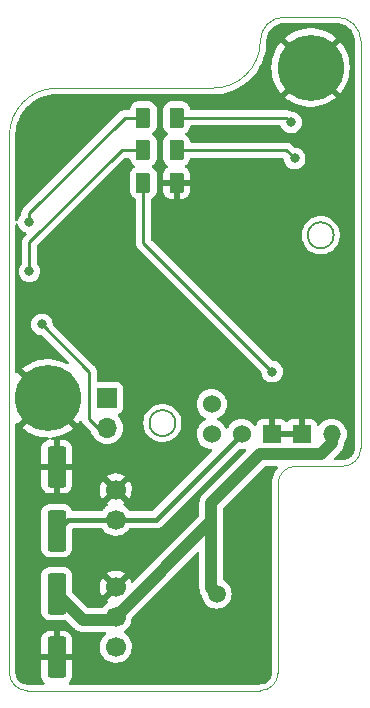
<source format=gtl>
G04 #@! TF.GenerationSoftware,KiCad,Pcbnew,(6.0.1)*
G04 #@! TF.CreationDate,2022-03-21T13:55:17+01:00*
G04 #@! TF.ProjectId,ERC_2022_GripperBoard,4552435f-3230-4323-925f-477269707065,rev?*
G04 #@! TF.SameCoordinates,Original*
G04 #@! TF.FileFunction,Copper,L1,Top*
G04 #@! TF.FilePolarity,Positive*
%FSLAX46Y46*%
G04 Gerber Fmt 4.6, Leading zero omitted, Abs format (unit mm)*
G04 Created by KiCad (PCBNEW (6.0.1)) date 2022-03-21 13:55:17*
%MOMM*%
%LPD*%
G01*
G04 APERTURE LIST*
G04 Aperture macros list*
%AMRoundRect*
0 Rectangle with rounded corners*
0 $1 Rounding radius*
0 $2 $3 $4 $5 $6 $7 $8 $9 X,Y pos of 4 corners*
0 Add a 4 corners polygon primitive as box body*
4,1,4,$2,$3,$4,$5,$6,$7,$8,$9,$2,$3,0*
0 Add four circle primitives for the rounded corners*
1,1,$1+$1,$2,$3*
1,1,$1+$1,$4,$5*
1,1,$1+$1,$6,$7*
1,1,$1+$1,$8,$9*
0 Add four rect primitives between the rounded corners*
20,1,$1+$1,$2,$3,$4,$5,0*
20,1,$1+$1,$4,$5,$6,$7,0*
20,1,$1+$1,$6,$7,$8,$9,0*
20,1,$1+$1,$8,$9,$2,$3,0*%
G04 Aperture macros list end*
G04 #@! TA.AperFunction,Profile*
%ADD10C,0.100000*%
G04 #@! TD*
G04 #@! TA.AperFunction,Profile*
%ADD11C,0.150000*%
G04 #@! TD*
G04 #@! TA.AperFunction,ComponentPad*
%ADD12C,1.700000*%
G04 #@! TD*
G04 #@! TA.AperFunction,ComponentPad*
%ADD13C,5.600000*%
G04 #@! TD*
G04 #@! TA.AperFunction,SMDPad,CuDef*
%ADD14RoundRect,0.250000X0.375000X0.625000X-0.375000X0.625000X-0.375000X-0.625000X0.375000X-0.625000X0*%
G04 #@! TD*
G04 #@! TA.AperFunction,ComponentPad*
%ADD15O,1.524000X1.524000*%
G04 #@! TD*
G04 #@! TA.AperFunction,ComponentPad*
%ADD16R,1.524000X1.524000*%
G04 #@! TD*
G04 #@! TA.AperFunction,ComponentPad*
%ADD17C,1.524000*%
G04 #@! TD*
G04 #@! TA.AperFunction,SMDPad,CuDef*
%ADD18RoundRect,0.250000X0.550000X-1.500000X0.550000X1.500000X-0.550000X1.500000X-0.550000X-1.500000X0*%
G04 #@! TD*
G04 #@! TA.AperFunction,SMDPad,CuDef*
%ADD19RoundRect,0.250000X-0.550000X1.500000X-0.550000X-1.500000X0.550000X-1.500000X0.550000X1.500000X0*%
G04 #@! TD*
G04 #@! TA.AperFunction,ComponentPad*
%ADD20R,1.700000X1.700000*%
G04 #@! TD*
G04 #@! TA.AperFunction,ComponentPad*
%ADD21O,1.700000X1.700000*%
G04 #@! TD*
G04 #@! TA.AperFunction,ViaPad*
%ADD22C,0.800000*%
G04 #@! TD*
G04 #@! TA.AperFunction,ViaPad*
%ADD23C,1.500000*%
G04 #@! TD*
G04 #@! TA.AperFunction,Conductor*
%ADD24C,1.000000*%
G04 #@! TD*
G04 #@! TA.AperFunction,Conductor*
%ADD25C,0.250000*%
G04 #@! TD*
G04 #@! TA.AperFunction,Conductor*
%ADD26C,0.700000*%
G04 #@! TD*
G04 #@! TA.AperFunction,Conductor*
%ADD27C,0.450000*%
G04 #@! TD*
G04 APERTURE END LIST*
D10*
X157000000Y-67000000D02*
X157000000Y-101500000D01*
D11*
X141305000Y-99355000D02*
G75*
G03*
X141305000Y-99355000I-1100000J0D01*
G01*
D10*
X127250000Y-120500000D02*
G75*
G03*
X128750000Y-122000000I1500001J1D01*
G01*
X144425000Y-70996573D02*
X131250000Y-71000000D01*
X155500000Y-103000000D02*
G75*
G03*
X157000000Y-101500000I-1J1500001D01*
G01*
X150000000Y-120500000D02*
X150000000Y-104500000D01*
X151500000Y-103000000D02*
X155500000Y-103000000D01*
D11*
X154705000Y-83455000D02*
G75*
G03*
X154705000Y-83455000I-1100000J0D01*
G01*
D10*
X157000000Y-67000000D02*
G75*
G03*
X155000000Y-65000000I-1999999J1D01*
G01*
X128750000Y-122000000D02*
X148500000Y-122000000D01*
X131250000Y-71000000D02*
G75*
G03*
X127250000Y-75000000I0J-4000000D01*
G01*
X127250000Y-75000000D02*
X127250000Y-120500000D01*
X151500000Y-103000000D02*
G75*
G03*
X150000000Y-104500000I1J-1500001D01*
G01*
X150500000Y-64996571D02*
G75*
G03*
X148496574Y-66996573I1J-2003430D01*
G01*
X144425000Y-70996573D02*
G75*
G03*
X148496573Y-66996573I70945J3999999D01*
G01*
X148500000Y-122000000D02*
G75*
G03*
X150000000Y-120500000I-1J1500001D01*
G01*
X150500000Y-64996571D02*
X155000000Y-65000000D01*
D12*
X136250000Y-118290000D03*
X136250000Y-115750000D03*
X136250000Y-113210000D03*
D13*
X152750000Y-69250000D03*
D14*
X141400000Y-73500000D03*
X138600000Y-73500000D03*
D15*
X154535000Y-100285000D03*
D16*
X149455000Y-100285000D03*
X151995000Y-100285000D03*
D17*
X146915000Y-100285000D03*
X144375000Y-100285000D03*
X144375000Y-97745000D03*
D14*
X141400000Y-79000000D03*
X138600000Y-79000000D03*
D18*
X131250000Y-108450000D03*
X131250000Y-103050000D03*
D13*
X130500000Y-97250000D03*
D19*
X131250000Y-113800000D03*
X131250000Y-119200000D03*
D14*
X141400000Y-76250000D03*
X138600000Y-76250000D03*
D12*
X136250000Y-107520000D03*
X136250000Y-104980000D03*
D20*
X135500000Y-97225000D03*
D21*
X135500000Y-99765000D03*
D22*
X151400000Y-76950000D03*
X151100000Y-73900000D03*
X130000000Y-91000000D03*
D23*
X144800000Y-113800000D03*
D22*
X128900000Y-82350000D03*
X128949799Y-86499799D03*
X149500000Y-95000000D03*
D24*
X153603022Y-102000000D02*
X154535000Y-101068022D01*
X148450000Y-102000000D02*
X153603022Y-102000000D01*
X154535000Y-101068022D02*
X154535000Y-100285000D01*
X144350000Y-107650000D02*
X144350000Y-106100000D01*
X144350000Y-106100000D02*
X148450000Y-102000000D01*
X144350000Y-113350000D02*
X144800000Y-113800000D01*
X144350000Y-107650000D02*
X144350000Y-113350000D01*
X136250000Y-115750000D02*
X144350000Y-107650000D01*
D25*
X150700000Y-76250000D02*
X141400000Y-76250000D01*
X151400000Y-76950000D02*
X150700000Y-76250000D01*
X151100000Y-73900000D02*
X150700000Y-73500000D01*
X150700000Y-73500000D02*
X141400000Y-73500000D01*
X137000000Y-73500000D02*
X138600000Y-73500000D01*
X128900000Y-81600000D02*
X137000000Y-73500000D01*
X128900000Y-82350000D02*
X128900000Y-81600000D01*
X136750000Y-76250000D02*
X138600000Y-76250000D01*
X128949799Y-84050201D02*
X136750000Y-76250000D01*
X128949799Y-86499799D02*
X128949799Y-84050201D01*
X134000000Y-99000000D02*
X134765000Y-99765000D01*
X130000000Y-91000000D02*
X134000000Y-95000000D01*
X134765000Y-99765000D02*
X135500000Y-99765000D01*
X134000000Y-95000000D02*
X134000000Y-99000000D01*
D26*
X136000000Y-116000000D02*
X136250000Y-115750000D01*
D24*
X131250000Y-113800000D02*
X133450000Y-116000000D01*
X133450000Y-116000000D02*
X136000000Y-116000000D01*
D27*
X139680000Y-107520000D02*
X136250000Y-107520000D01*
X136250000Y-107520000D02*
X132180000Y-107520000D01*
X132180000Y-107520000D02*
X131250000Y-108450000D01*
X146915000Y-100285000D02*
X139680000Y-107520000D01*
D25*
X138600000Y-79000000D02*
X138600000Y-84100000D01*
X138600000Y-84100000D02*
X149500000Y-95000000D01*
G04 #@! TA.AperFunction,Conductor*
G36*
X152392431Y-65506014D02*
G01*
X154950528Y-65507963D01*
X154969815Y-65509463D01*
X154984856Y-65511805D01*
X154984861Y-65511805D01*
X154993730Y-65513186D01*
X155002632Y-65512022D01*
X155002634Y-65512022D01*
X155008959Y-65511195D01*
X155034282Y-65510452D01*
X155198126Y-65522170D01*
X155203343Y-65522543D01*
X155221137Y-65525101D01*
X155411540Y-65566521D01*
X155428788Y-65571586D01*
X155611358Y-65639682D01*
X155627710Y-65647149D01*
X155693020Y-65682810D01*
X155798734Y-65740534D01*
X155813848Y-65750248D01*
X155917862Y-65828111D01*
X155969842Y-65867023D01*
X155983428Y-65878796D01*
X156121204Y-66016572D01*
X156132977Y-66030158D01*
X156249752Y-66186152D01*
X156259469Y-66201271D01*
X156352851Y-66372290D01*
X156360318Y-66388642D01*
X156428414Y-66571212D01*
X156433479Y-66588460D01*
X156463196Y-66725065D01*
X156474899Y-66778863D01*
X156477457Y-66796658D01*
X156489041Y-66958629D01*
X156488297Y-66976533D01*
X156488195Y-66984858D01*
X156486814Y-66993730D01*
X156487978Y-67002632D01*
X156487978Y-67002635D01*
X156490936Y-67025251D01*
X156492000Y-67041589D01*
X156492000Y-101450672D01*
X156490500Y-101470056D01*
X156486814Y-101493730D01*
X156488468Y-101506375D01*
X156489052Y-101533692D01*
X156486720Y-101560353D01*
X156479704Y-101640548D01*
X156477890Y-101661278D01*
X156474077Y-101682904D01*
X156456977Y-101746723D01*
X156435028Y-101828636D01*
X156427516Y-101849275D01*
X156363755Y-101986010D01*
X156352773Y-102005030D01*
X156266236Y-102128618D01*
X156252118Y-102145443D01*
X156145443Y-102252118D01*
X156128618Y-102266236D01*
X156005030Y-102352773D01*
X155986010Y-102363755D01*
X155849275Y-102427516D01*
X155828635Y-102435028D01*
X155682904Y-102474077D01*
X155661281Y-102477889D01*
X155617391Y-102481729D01*
X155540581Y-102488449D01*
X155524121Y-102487896D01*
X155524116Y-102488305D01*
X155515142Y-102488195D01*
X155506270Y-102486814D01*
X155497368Y-102487978D01*
X155497365Y-102487978D01*
X155474749Y-102490936D01*
X155458411Y-102492000D01*
X154841448Y-102492000D01*
X154773327Y-102471998D01*
X154726834Y-102418342D01*
X154716730Y-102348068D01*
X154746224Y-102283488D01*
X154752352Y-102276905D01*
X155204383Y-101824873D01*
X155214527Y-101815771D01*
X155239218Y-101795919D01*
X155244025Y-101792054D01*
X155276292Y-101753600D01*
X155279472Y-101749953D01*
X155281115Y-101748141D01*
X155283309Y-101745947D01*
X155310642Y-101712673D01*
X155311348Y-101711822D01*
X155313427Y-101709345D01*
X155371154Y-101640548D01*
X155373722Y-101635878D01*
X155377103Y-101631761D01*
X155420977Y-101549936D01*
X155421606Y-101548777D01*
X155463462Y-101472641D01*
X155463465Y-101472633D01*
X155466433Y-101467235D01*
X155468045Y-101462153D01*
X155470562Y-101457459D01*
X155497762Y-101368491D01*
X155498108Y-101367380D01*
X155512872Y-101320842D01*
X155526235Y-101278716D01*
X155526829Y-101273420D01*
X155528387Y-101268324D01*
X155537790Y-101175765D01*
X155537911Y-101174629D01*
X155543500Y-101124795D01*
X155543500Y-101121270D01*
X155543556Y-101120269D01*
X155544005Y-101114568D01*
X155544604Y-101108678D01*
X155547286Y-101082268D01*
X155569428Y-101022733D01*
X155589310Y-100994338D01*
X155639488Y-100922676D01*
X155641814Y-100917689D01*
X155731117Y-100726178D01*
X155731118Y-100726177D01*
X155733440Y-100721196D01*
X155790978Y-100506463D01*
X155810353Y-100285000D01*
X155790978Y-100063537D01*
X155738500Y-99867687D01*
X155734863Y-99854114D01*
X155734862Y-99854112D01*
X155733440Y-99848804D01*
X155703904Y-99785464D01*
X155641814Y-99652311D01*
X155641811Y-99652306D01*
X155639488Y-99647324D01*
X155614850Y-99612137D01*
X155515136Y-99469730D01*
X155515134Y-99469727D01*
X155511977Y-99465219D01*
X155354781Y-99308023D01*
X155350273Y-99304866D01*
X155350270Y-99304864D01*
X155227879Y-99219165D01*
X155172677Y-99180512D01*
X155167695Y-99178189D01*
X155167690Y-99178186D01*
X154976178Y-99088883D01*
X154976177Y-99088882D01*
X154971196Y-99086560D01*
X154965888Y-99085138D01*
X154965886Y-99085137D01*
X154900051Y-99067497D01*
X154756463Y-99029022D01*
X154535000Y-99009647D01*
X154313537Y-99029022D01*
X154169949Y-99067497D01*
X154104114Y-99085137D01*
X154104112Y-99085138D01*
X154098804Y-99086560D01*
X154093823Y-99088882D01*
X154093822Y-99088883D01*
X153902311Y-99178186D01*
X153902306Y-99178189D01*
X153897324Y-99180512D01*
X153892817Y-99183668D01*
X153892815Y-99183669D01*
X153719730Y-99304864D01*
X153719727Y-99304866D01*
X153715219Y-99308023D01*
X153558023Y-99465219D01*
X153554865Y-99469729D01*
X153554860Y-99469735D01*
X153494212Y-99556350D01*
X153438755Y-99600679D01*
X153368136Y-99607988D01*
X153304775Y-99575958D01*
X153268790Y-99514756D01*
X153264999Y-99484080D01*
X153264999Y-99478331D01*
X153264629Y-99471510D01*
X153259105Y-99420648D01*
X153255479Y-99405396D01*
X153210324Y-99284946D01*
X153201786Y-99269351D01*
X153125285Y-99167276D01*
X153112724Y-99154715D01*
X153010649Y-99078214D01*
X152995054Y-99069676D01*
X152874606Y-99024522D01*
X152859351Y-99020895D01*
X152808486Y-99015369D01*
X152801672Y-99015000D01*
X152267115Y-99015000D01*
X152251876Y-99019475D01*
X152250671Y-99020865D01*
X152249000Y-99028548D01*
X152249000Y-100413000D01*
X152228998Y-100481121D01*
X152175342Y-100527614D01*
X152123000Y-100539000D01*
X149327000Y-100539000D01*
X149258879Y-100518998D01*
X149212386Y-100465342D01*
X149201000Y-100413000D01*
X149201000Y-100012885D01*
X149709000Y-100012885D01*
X149713475Y-100028124D01*
X149714865Y-100029329D01*
X149722548Y-100031000D01*
X151722885Y-100031000D01*
X151738124Y-100026525D01*
X151739329Y-100025135D01*
X151741000Y-100017452D01*
X151741000Y-99033116D01*
X151736525Y-99017877D01*
X151735135Y-99016672D01*
X151727452Y-99015001D01*
X151188331Y-99015001D01*
X151181510Y-99015371D01*
X151130648Y-99020895D01*
X151115396Y-99024521D01*
X150994946Y-99069676D01*
X150979351Y-99078214D01*
X150877276Y-99154715D01*
X150864716Y-99167275D01*
X150825827Y-99219165D01*
X150768968Y-99261681D01*
X150698149Y-99266707D01*
X150635856Y-99232647D01*
X150624173Y-99219165D01*
X150585284Y-99167275D01*
X150572724Y-99154715D01*
X150470649Y-99078214D01*
X150455054Y-99069676D01*
X150334606Y-99024522D01*
X150319351Y-99020895D01*
X150268486Y-99015369D01*
X150261672Y-99015000D01*
X149727115Y-99015000D01*
X149711876Y-99019475D01*
X149710671Y-99020865D01*
X149709000Y-99028548D01*
X149709000Y-100012885D01*
X149201000Y-100012885D01*
X149201000Y-99033116D01*
X149196525Y-99017877D01*
X149195135Y-99016672D01*
X149187452Y-99015001D01*
X148648331Y-99015001D01*
X148641510Y-99015371D01*
X148590648Y-99020895D01*
X148575396Y-99024521D01*
X148454946Y-99069676D01*
X148439351Y-99078214D01*
X148337276Y-99154715D01*
X148324715Y-99167276D01*
X148248214Y-99269351D01*
X148239676Y-99284946D01*
X148194522Y-99405394D01*
X148190895Y-99420649D01*
X148185369Y-99471514D01*
X148185000Y-99478328D01*
X148185000Y-99484078D01*
X148164998Y-99552199D01*
X148111342Y-99598692D01*
X148041068Y-99608796D01*
X147976488Y-99579302D01*
X147955787Y-99556349D01*
X147895136Y-99469730D01*
X147895134Y-99469727D01*
X147891977Y-99465219D01*
X147734781Y-99308023D01*
X147730273Y-99304866D01*
X147730270Y-99304864D01*
X147607879Y-99219165D01*
X147552677Y-99180512D01*
X147547695Y-99178189D01*
X147547690Y-99178186D01*
X147356178Y-99088883D01*
X147356177Y-99088882D01*
X147351196Y-99086560D01*
X147345888Y-99085138D01*
X147345886Y-99085137D01*
X147280051Y-99067497D01*
X147136463Y-99029022D01*
X146915000Y-99009647D01*
X146693537Y-99029022D01*
X146549949Y-99067497D01*
X146484114Y-99085137D01*
X146484112Y-99085138D01*
X146478804Y-99086560D01*
X146473823Y-99088882D01*
X146473822Y-99088883D01*
X146282311Y-99178186D01*
X146282306Y-99178189D01*
X146277324Y-99180512D01*
X146272817Y-99183668D01*
X146272815Y-99183669D01*
X146099730Y-99304864D01*
X146099727Y-99304866D01*
X146095219Y-99308023D01*
X145938023Y-99465219D01*
X145934866Y-99469727D01*
X145934864Y-99469730D01*
X145835150Y-99612137D01*
X145810512Y-99647324D01*
X145808189Y-99652306D01*
X145808186Y-99652311D01*
X145759195Y-99757373D01*
X145712277Y-99810658D01*
X145644000Y-99830119D01*
X145576040Y-99809577D01*
X145530805Y-99757373D01*
X145481814Y-99652311D01*
X145481811Y-99652306D01*
X145479488Y-99647324D01*
X145454850Y-99612137D01*
X145355136Y-99469730D01*
X145355134Y-99469727D01*
X145351977Y-99465219D01*
X145194781Y-99308023D01*
X145190273Y-99304866D01*
X145190270Y-99304864D01*
X145067879Y-99219165D01*
X145012677Y-99180512D01*
X145007695Y-99178189D01*
X145007690Y-99178186D01*
X144902627Y-99129195D01*
X144849342Y-99082278D01*
X144829881Y-99014001D01*
X144850423Y-98946041D01*
X144902627Y-98900805D01*
X145007690Y-98851814D01*
X145007695Y-98851811D01*
X145012677Y-98849488D01*
X145136194Y-98763000D01*
X145190270Y-98725136D01*
X145190273Y-98725134D01*
X145194781Y-98721977D01*
X145351977Y-98564781D01*
X145377195Y-98528767D01*
X145476331Y-98387185D01*
X145476332Y-98387183D01*
X145479488Y-98382676D01*
X145481811Y-98377694D01*
X145481814Y-98377689D01*
X145571117Y-98186178D01*
X145571118Y-98186177D01*
X145573440Y-98181196D01*
X145630978Y-97966463D01*
X145650353Y-97745000D01*
X145630978Y-97523537D01*
X145573440Y-97308804D01*
X145541552Y-97240420D01*
X145481814Y-97112311D01*
X145481811Y-97112306D01*
X145479488Y-97107324D01*
X145351977Y-96925219D01*
X145194781Y-96768023D01*
X145190273Y-96764866D01*
X145190270Y-96764864D01*
X145114505Y-96711813D01*
X145012677Y-96640512D01*
X145007695Y-96638189D01*
X145007690Y-96638186D01*
X144816178Y-96548883D01*
X144816177Y-96548882D01*
X144811196Y-96546560D01*
X144805888Y-96545138D01*
X144805886Y-96545137D01*
X144740051Y-96527497D01*
X144596463Y-96489022D01*
X144375000Y-96469647D01*
X144153537Y-96489022D01*
X144009949Y-96527497D01*
X143944114Y-96545137D01*
X143944112Y-96545138D01*
X143938804Y-96546560D01*
X143933823Y-96548882D01*
X143933822Y-96548883D01*
X143742311Y-96638186D01*
X143742306Y-96638189D01*
X143737324Y-96640512D01*
X143732817Y-96643668D01*
X143732815Y-96643669D01*
X143559730Y-96764864D01*
X143559727Y-96764866D01*
X143555219Y-96768023D01*
X143398023Y-96925219D01*
X143270512Y-97107324D01*
X143268189Y-97112306D01*
X143268186Y-97112311D01*
X143208448Y-97240420D01*
X143176560Y-97308804D01*
X143119022Y-97523537D01*
X143099647Y-97745000D01*
X143119022Y-97966463D01*
X143176560Y-98181196D01*
X143178882Y-98186177D01*
X143178883Y-98186178D01*
X143268186Y-98377689D01*
X143268189Y-98377694D01*
X143270512Y-98382676D01*
X143273668Y-98387183D01*
X143273669Y-98387185D01*
X143372806Y-98528767D01*
X143398023Y-98564781D01*
X143555219Y-98721977D01*
X143559727Y-98725134D01*
X143559730Y-98725136D01*
X143613806Y-98763000D01*
X143737323Y-98849488D01*
X143742305Y-98851811D01*
X143742310Y-98851814D01*
X143847373Y-98900805D01*
X143900658Y-98947722D01*
X143920119Y-99015999D01*
X143899577Y-99083959D01*
X143847373Y-99129195D01*
X143742311Y-99178186D01*
X143742306Y-99178189D01*
X143737324Y-99180512D01*
X143732817Y-99183668D01*
X143732815Y-99183669D01*
X143559730Y-99304864D01*
X143559727Y-99304866D01*
X143555219Y-99308023D01*
X143398023Y-99465219D01*
X143394866Y-99469727D01*
X143394864Y-99469730D01*
X143295150Y-99612137D01*
X143270512Y-99647324D01*
X143268189Y-99652306D01*
X143268186Y-99652311D01*
X143206096Y-99785464D01*
X143176560Y-99848804D01*
X143175138Y-99854112D01*
X143175137Y-99854114D01*
X143171500Y-99867687D01*
X143119022Y-100063537D01*
X143099647Y-100285000D01*
X143119022Y-100506463D01*
X143176560Y-100721196D01*
X143178882Y-100726177D01*
X143178883Y-100726178D01*
X143268186Y-100917689D01*
X143268189Y-100917694D01*
X143270512Y-100922676D01*
X143273668Y-100927183D01*
X143273669Y-100927185D01*
X143393993Y-101099025D01*
X143398023Y-101104781D01*
X143555219Y-101261977D01*
X143559727Y-101265134D01*
X143559730Y-101265136D01*
X143587506Y-101284585D01*
X143737323Y-101389488D01*
X143742305Y-101391811D01*
X143742310Y-101391814D01*
X143904052Y-101467235D01*
X143938804Y-101483440D01*
X143944112Y-101484862D01*
X143944114Y-101484863D01*
X143977206Y-101493730D01*
X144153537Y-101540978D01*
X144296780Y-101553510D01*
X144314853Y-101555091D01*
X144380972Y-101580954D01*
X144422611Y-101638458D01*
X144426552Y-101709345D01*
X144392967Y-101769707D01*
X139413080Y-106749595D01*
X139350768Y-106783621D01*
X139323985Y-106786500D01*
X137462112Y-106786500D01*
X137393991Y-106766498D01*
X137356320Y-106728940D01*
X137332822Y-106692617D01*
X137332820Y-106692614D01*
X137330014Y-106688277D01*
X137179670Y-106523051D01*
X137175619Y-106519852D01*
X137175615Y-106519848D01*
X137008414Y-106387800D01*
X137008410Y-106387798D01*
X137004359Y-106384598D01*
X136962569Y-106361529D01*
X136912598Y-106311097D01*
X136897826Y-106241654D01*
X136922942Y-106175248D01*
X136950293Y-106148642D01*
X136999247Y-106113723D01*
X137007648Y-106103023D01*
X137000660Y-106089870D01*
X136262812Y-105352022D01*
X136248868Y-105344408D01*
X136247035Y-105344539D01*
X136240420Y-105348790D01*
X135496737Y-106092473D01*
X135489977Y-106104853D01*
X135495258Y-106111907D01*
X135541969Y-106139203D01*
X135590693Y-106190841D01*
X135603764Y-106260624D01*
X135577033Y-106326396D01*
X135536584Y-106359752D01*
X135523607Y-106366507D01*
X135519474Y-106369610D01*
X135519471Y-106369612D01*
X135349100Y-106497530D01*
X135344965Y-106500635D01*
X135341393Y-106504373D01*
X135217319Y-106634209D01*
X135190629Y-106662138D01*
X135143309Y-106731506D01*
X135088400Y-106776507D01*
X135039223Y-106786500D01*
X132635870Y-106786500D01*
X132567749Y-106766498D01*
X132521256Y-106712842D01*
X132516347Y-106700377D01*
X132493870Y-106633007D01*
X132493869Y-106633005D01*
X132491550Y-106626054D01*
X132398478Y-106475652D01*
X132273303Y-106350695D01*
X132233883Y-106326396D01*
X132128968Y-106261725D01*
X132128966Y-106261724D01*
X132122738Y-106257885D01*
X131962254Y-106204655D01*
X131961389Y-106204368D01*
X131961387Y-106204368D01*
X131954861Y-106202203D01*
X131948025Y-106201503D01*
X131948022Y-106201502D01*
X131904969Y-106197091D01*
X131850400Y-106191500D01*
X130649600Y-106191500D01*
X130646354Y-106191837D01*
X130646350Y-106191837D01*
X130550692Y-106201762D01*
X130550688Y-106201763D01*
X130543834Y-106202474D01*
X130537298Y-106204655D01*
X130537296Y-106204655D01*
X130405194Y-106248728D01*
X130376054Y-106258450D01*
X130225652Y-106351522D01*
X130220479Y-106356704D01*
X130195126Y-106382101D01*
X130100695Y-106476697D01*
X130007885Y-106627262D01*
X129952203Y-106795139D01*
X129941500Y-106899600D01*
X129941500Y-110000400D01*
X129952474Y-110106166D01*
X130008450Y-110273946D01*
X130101522Y-110424348D01*
X130226697Y-110549305D01*
X130232927Y-110553145D01*
X130232928Y-110553146D01*
X130370090Y-110637694D01*
X130377262Y-110642115D01*
X130457005Y-110668564D01*
X130538611Y-110695632D01*
X130538613Y-110695632D01*
X130545139Y-110697797D01*
X130551975Y-110698497D01*
X130551978Y-110698498D01*
X130595031Y-110702909D01*
X130649600Y-110708500D01*
X131850400Y-110708500D01*
X131853646Y-110708163D01*
X131853650Y-110708163D01*
X131949308Y-110698238D01*
X131949312Y-110698237D01*
X131956166Y-110697526D01*
X131962702Y-110695345D01*
X131962704Y-110695345D01*
X132094806Y-110651272D01*
X132123946Y-110641550D01*
X132274348Y-110548478D01*
X132399305Y-110423303D01*
X132492115Y-110272738D01*
X132547797Y-110104861D01*
X132558500Y-110000400D01*
X132558500Y-108379500D01*
X132578502Y-108311379D01*
X132632158Y-108264886D01*
X132684500Y-108253500D01*
X135035554Y-108253500D01*
X135103675Y-108273502D01*
X135142987Y-108313665D01*
X135149987Y-108325088D01*
X135296250Y-108493938D01*
X135468126Y-108636632D01*
X135661000Y-108749338D01*
X135869692Y-108829030D01*
X135874760Y-108830061D01*
X135874763Y-108830062D01*
X135982017Y-108851883D01*
X136088597Y-108873567D01*
X136093772Y-108873757D01*
X136093774Y-108873757D01*
X136306673Y-108881564D01*
X136306677Y-108881564D01*
X136311837Y-108881753D01*
X136316957Y-108881097D01*
X136316959Y-108881097D01*
X136528288Y-108854025D01*
X136528289Y-108854025D01*
X136533416Y-108853368D01*
X136538366Y-108851883D01*
X136742429Y-108790661D01*
X136742434Y-108790659D01*
X136747384Y-108789174D01*
X136947994Y-108690896D01*
X137129860Y-108561173D01*
X137288096Y-108403489D01*
X137341629Y-108328990D01*
X137358167Y-108305974D01*
X137414162Y-108262326D01*
X137460490Y-108253500D01*
X139614834Y-108253500D01*
X139633784Y-108254933D01*
X139646993Y-108256943D01*
X139646997Y-108256943D01*
X139654227Y-108258043D01*
X139661519Y-108257450D01*
X139661522Y-108257450D01*
X139704979Y-108253915D01*
X139715194Y-108253500D01*
X139722826Y-108253500D01*
X139726445Y-108253078D01*
X139726464Y-108253077D01*
X139750069Y-108250325D01*
X139754435Y-108249893D01*
X139781754Y-108247671D01*
X139817404Y-108244771D01*
X139817406Y-108244771D01*
X139824704Y-108244177D01*
X139831673Y-108241919D01*
X139837193Y-108240816D01*
X139842618Y-108239534D01*
X139849890Y-108238686D01*
X139916210Y-108214613D01*
X139920356Y-108213190D01*
X139980458Y-108193720D01*
X139980462Y-108193718D01*
X139987420Y-108191464D01*
X139993672Y-108187670D01*
X139998788Y-108185328D01*
X140003789Y-108182824D01*
X140010667Y-108180327D01*
X140016784Y-108176317D01*
X140016789Y-108176314D01*
X140069654Y-108141653D01*
X140073376Y-108139305D01*
X140128848Y-108105644D01*
X140128849Y-108105643D01*
X140133645Y-108102733D01*
X140141755Y-108095571D01*
X140141770Y-108095588D01*
X140145080Y-108092654D01*
X140147587Y-108090558D01*
X140153706Y-108086546D01*
X140205166Y-108032224D01*
X140207544Y-108029782D01*
X146654574Y-101582751D01*
X146716886Y-101548725D01*
X146754650Y-101546325D01*
X146909525Y-101559874D01*
X146915000Y-101560353D01*
X147136463Y-101540978D01*
X147141772Y-101539555D01*
X147141780Y-101539554D01*
X147155338Y-101535921D01*
X147226315Y-101537611D01*
X147285110Y-101577406D01*
X147313057Y-101642671D01*
X147301283Y-101712685D01*
X147277043Y-101746723D01*
X143680621Y-105343145D01*
X143670478Y-105352247D01*
X143640975Y-105375968D01*
X143627292Y-105392275D01*
X143608709Y-105414421D01*
X143605528Y-105418069D01*
X143603885Y-105419881D01*
X143601691Y-105422075D01*
X143574358Y-105455349D01*
X143573696Y-105456147D01*
X143513846Y-105527474D01*
X143511278Y-105532144D01*
X143507897Y-105536261D01*
X143479296Y-105589603D01*
X143464023Y-105618086D01*
X143463394Y-105619245D01*
X143421538Y-105695381D01*
X143421535Y-105695389D01*
X143418567Y-105700787D01*
X143416955Y-105705869D01*
X143414438Y-105710563D01*
X143387238Y-105799531D01*
X143386918Y-105800559D01*
X143358765Y-105889306D01*
X143358171Y-105894602D01*
X143356613Y-105899698D01*
X143355990Y-105905834D01*
X143347218Y-105992187D01*
X143347089Y-105993393D01*
X143341500Y-106043227D01*
X143341500Y-106046754D01*
X143341445Y-106047739D01*
X143340998Y-106053419D01*
X143338011Y-106082825D01*
X143337296Y-106089870D01*
X143336626Y-106096462D01*
X143338086Y-106111907D01*
X143340941Y-106142109D01*
X143341500Y-106153967D01*
X143341500Y-107180075D01*
X143321498Y-107248196D01*
X143304595Y-107269170D01*
X139865266Y-110708500D01*
X137749540Y-112824226D01*
X137687228Y-112858252D01*
X137616413Y-112853187D01*
X137559577Y-112810640D01*
X137541168Y-112775739D01*
X137537895Y-112766125D01*
X137452972Y-112570814D01*
X137448105Y-112561739D01*
X137383063Y-112461197D01*
X137372377Y-112451995D01*
X137362812Y-112456398D01*
X135496737Y-114322473D01*
X135489977Y-114334853D01*
X135495258Y-114341907D01*
X135541969Y-114369203D01*
X135590693Y-114420841D01*
X135603764Y-114490624D01*
X135577033Y-114556396D01*
X135536584Y-114589752D01*
X135523607Y-114596507D01*
X135519474Y-114599610D01*
X135519471Y-114599612D01*
X135497731Y-114615935D01*
X135344965Y-114730635D01*
X135190629Y-114892138D01*
X135160363Y-114936507D01*
X135105455Y-114981507D01*
X135056277Y-114991500D01*
X133919925Y-114991500D01*
X133851804Y-114971498D01*
X133830830Y-114954595D01*
X132595405Y-113719171D01*
X132561380Y-113656859D01*
X132558500Y-113630076D01*
X132558500Y-113181863D01*
X134888050Y-113181863D01*
X134900309Y-113394477D01*
X134901745Y-113404697D01*
X134948565Y-113612446D01*
X134951645Y-113622275D01*
X135031770Y-113819603D01*
X135036413Y-113828794D01*
X135116460Y-113959420D01*
X135126916Y-113968880D01*
X135135694Y-113965096D01*
X135877978Y-113222812D01*
X135885592Y-113208868D01*
X135885461Y-113207035D01*
X135881210Y-113200420D01*
X135139849Y-112459059D01*
X135128313Y-112452759D01*
X135116031Y-112462382D01*
X135068089Y-112532662D01*
X135063004Y-112541613D01*
X134973338Y-112734783D01*
X134969775Y-112744470D01*
X134912864Y-112949681D01*
X134910933Y-112959800D01*
X134888302Y-113171574D01*
X134888050Y-113181863D01*
X132558500Y-113181863D01*
X132558500Y-112249600D01*
X132547526Y-112143834D01*
X132532488Y-112098758D01*
X132528374Y-112086427D01*
X135491223Y-112086427D01*
X135497968Y-112098758D01*
X136237188Y-112837978D01*
X136251132Y-112845592D01*
X136252965Y-112845461D01*
X136259580Y-112841210D01*
X137003389Y-112097401D01*
X137010410Y-112084544D01*
X137003611Y-112075213D01*
X136999554Y-112072518D01*
X136813117Y-111969599D01*
X136803705Y-111965369D01*
X136602959Y-111894280D01*
X136592989Y-111891646D01*
X136383327Y-111854301D01*
X136373073Y-111853331D01*
X136160116Y-111850728D01*
X136149832Y-111851448D01*
X135939321Y-111883661D01*
X135929293Y-111886050D01*
X135726868Y-111952212D01*
X135717359Y-111956209D01*
X135528466Y-112054540D01*
X135519734Y-112060039D01*
X135499677Y-112075099D01*
X135491223Y-112086427D01*
X132528374Y-112086427D01*
X132493868Y-111983002D01*
X132491550Y-111976054D01*
X132398478Y-111825652D01*
X132273303Y-111700695D01*
X132267072Y-111696854D01*
X132128968Y-111611725D01*
X132128966Y-111611724D01*
X132122738Y-111607885D01*
X131962254Y-111554655D01*
X131961389Y-111554368D01*
X131961387Y-111554368D01*
X131954861Y-111552203D01*
X131948025Y-111551503D01*
X131948022Y-111551502D01*
X131904969Y-111547091D01*
X131850400Y-111541500D01*
X130649600Y-111541500D01*
X130646354Y-111541837D01*
X130646350Y-111541837D01*
X130550692Y-111551762D01*
X130550688Y-111551763D01*
X130543834Y-111552474D01*
X130537298Y-111554655D01*
X130537296Y-111554655D01*
X130405194Y-111598728D01*
X130376054Y-111608450D01*
X130225652Y-111701522D01*
X130100695Y-111826697D01*
X130096855Y-111832927D01*
X130096854Y-111832928D01*
X130012609Y-111969599D01*
X130007885Y-111977262D01*
X129952203Y-112145139D01*
X129941500Y-112249600D01*
X129941500Y-115350400D01*
X129952474Y-115456166D01*
X130008450Y-115623946D01*
X130101522Y-115774348D01*
X130226697Y-115899305D01*
X130377262Y-115992115D01*
X130457005Y-116018564D01*
X130538611Y-116045632D01*
X130538613Y-116045632D01*
X130545139Y-116047797D01*
X130551975Y-116048497D01*
X130551978Y-116048498D01*
X130595031Y-116052909D01*
X130649600Y-116058500D01*
X131850400Y-116058500D01*
X131853646Y-116058163D01*
X131853650Y-116058163D01*
X131949308Y-116048238D01*
X131949312Y-116048237D01*
X131956166Y-116047526D01*
X131962706Y-116045344D01*
X131962711Y-116045343D01*
X131968602Y-116043378D01*
X132039552Y-116040794D01*
X132097571Y-116073806D01*
X132693149Y-116669383D01*
X132702251Y-116679527D01*
X132725968Y-116709025D01*
X132730696Y-116712992D01*
X132764421Y-116741291D01*
X132768069Y-116744472D01*
X132769881Y-116746115D01*
X132772075Y-116748309D01*
X132805349Y-116775642D01*
X132806147Y-116776304D01*
X132877474Y-116836154D01*
X132882144Y-116838722D01*
X132886261Y-116842103D01*
X132944145Y-116873140D01*
X132968086Y-116885977D01*
X132969245Y-116886606D01*
X133045381Y-116928462D01*
X133045389Y-116928465D01*
X133050787Y-116931433D01*
X133055869Y-116933045D01*
X133060563Y-116935562D01*
X133123688Y-116954862D01*
X133149477Y-116962747D01*
X133150735Y-116963139D01*
X133239306Y-116991235D01*
X133244597Y-116991829D01*
X133249698Y-116993388D01*
X133342263Y-117002790D01*
X133343450Y-117002916D01*
X133372838Y-117006213D01*
X133389730Y-117008108D01*
X133389735Y-117008108D01*
X133393227Y-117008500D01*
X133396752Y-117008500D01*
X133397737Y-117008555D01*
X133403432Y-117009003D01*
X133415342Y-117010213D01*
X133440334Y-117012752D01*
X133440339Y-117012752D01*
X133446462Y-117013374D01*
X133492108Y-117009059D01*
X133503967Y-117008500D01*
X135316427Y-117008500D01*
X135384548Y-117028502D01*
X135431041Y-117082158D01*
X135441145Y-117152432D01*
X135411651Y-117217012D01*
X135392080Y-117235260D01*
X135344965Y-117270635D01*
X135190629Y-117432138D01*
X135187715Y-117436410D01*
X135187714Y-117436411D01*
X135109687Y-117550794D01*
X135064743Y-117616680D01*
X134970688Y-117819305D01*
X134910989Y-118034570D01*
X134887251Y-118256695D01*
X134887548Y-118261848D01*
X134887548Y-118261851D01*
X134893011Y-118356590D01*
X134900110Y-118479715D01*
X134901247Y-118484761D01*
X134901248Y-118484767D01*
X134921119Y-118572939D01*
X134949222Y-118697639D01*
X135033266Y-118904616D01*
X135149987Y-119095088D01*
X135296250Y-119263938D01*
X135468126Y-119406632D01*
X135661000Y-119519338D01*
X135869692Y-119599030D01*
X135874760Y-119600061D01*
X135874763Y-119600062D01*
X135982017Y-119621883D01*
X136088597Y-119643567D01*
X136093772Y-119643757D01*
X136093774Y-119643757D01*
X136306673Y-119651564D01*
X136306677Y-119651564D01*
X136311837Y-119651753D01*
X136316957Y-119651097D01*
X136316959Y-119651097D01*
X136528288Y-119624025D01*
X136528289Y-119624025D01*
X136533416Y-119623368D01*
X136538366Y-119621883D01*
X136742429Y-119560661D01*
X136742434Y-119560659D01*
X136747384Y-119559174D01*
X136947994Y-119460896D01*
X137129860Y-119331173D01*
X137288096Y-119173489D01*
X137347594Y-119090689D01*
X137415435Y-118996277D01*
X137418453Y-118992077D01*
X137442052Y-118944329D01*
X137515136Y-118796453D01*
X137515137Y-118796451D01*
X137517430Y-118791811D01*
X137582370Y-118578069D01*
X137611529Y-118356590D01*
X137613156Y-118290000D01*
X137594852Y-118067361D01*
X137540431Y-117850702D01*
X137451354Y-117645840D01*
X137389866Y-117550794D01*
X137332822Y-117462617D01*
X137332820Y-117462614D01*
X137330014Y-117458277D01*
X137179670Y-117293051D01*
X137175619Y-117289852D01*
X137175615Y-117289848D01*
X137008414Y-117157800D01*
X137008410Y-117157798D01*
X137004359Y-117154598D01*
X136963053Y-117131796D01*
X136913084Y-117081364D01*
X136898312Y-117011921D01*
X136923428Y-116945516D01*
X136950780Y-116918909D01*
X137054377Y-116845014D01*
X137129860Y-116791173D01*
X137176725Y-116744472D01*
X137284435Y-116637137D01*
X137288096Y-116633489D01*
X137418453Y-116452077D01*
X137517430Y-116251811D01*
X137576265Y-116058163D01*
X137580865Y-116043023D01*
X137580865Y-116043021D01*
X137582370Y-116038069D01*
X137606232Y-115856824D01*
X137634955Y-115791897D01*
X137642059Y-115784176D01*
X140262397Y-113163838D01*
X143126405Y-110299829D01*
X143188717Y-110265803D01*
X143259532Y-110270868D01*
X143316368Y-110313415D01*
X143341179Y-110379935D01*
X143341500Y-110388924D01*
X143341500Y-113288157D01*
X143340763Y-113301764D01*
X143336676Y-113339388D01*
X143337213Y-113345523D01*
X143341050Y-113389388D01*
X143341379Y-113394214D01*
X143341500Y-113396686D01*
X143341500Y-113399769D01*
X143341801Y-113402837D01*
X143345690Y-113442506D01*
X143345812Y-113443819D01*
X143353913Y-113536413D01*
X143355400Y-113541532D01*
X143355920Y-113546833D01*
X143382791Y-113635834D01*
X143383126Y-113636967D01*
X143388906Y-113656859D01*
X143409091Y-113726336D01*
X143411544Y-113731068D01*
X143413084Y-113736169D01*
X143415978Y-113741612D01*
X143456731Y-113818260D01*
X143457343Y-113819426D01*
X143500108Y-113901926D01*
X143503431Y-113906089D01*
X143505934Y-113910796D01*
X143509828Y-113915571D01*
X143509829Y-113915572D01*
X143526747Y-113936315D01*
X143554624Y-114004969D01*
X143555404Y-114013883D01*
X143555406Y-114013893D01*
X143555885Y-114019371D01*
X143612880Y-114232076D01*
X143615205Y-114237061D01*
X143703618Y-114426666D01*
X143703621Y-114426671D01*
X143705944Y-114431653D01*
X143709100Y-114436160D01*
X143709101Y-114436162D01*
X143816648Y-114589754D01*
X143832251Y-114612038D01*
X143987962Y-114767749D01*
X144168346Y-114894056D01*
X144367924Y-114987120D01*
X144580629Y-115044115D01*
X144800000Y-115063307D01*
X145019371Y-115044115D01*
X145232076Y-114987120D01*
X145431654Y-114894056D01*
X145612038Y-114767749D01*
X145767749Y-114612038D01*
X145783353Y-114589754D01*
X145890899Y-114436162D01*
X145890900Y-114436160D01*
X145894056Y-114431653D01*
X145896379Y-114426671D01*
X145896382Y-114426666D01*
X145984795Y-114237061D01*
X145987120Y-114232076D01*
X146044115Y-114019371D01*
X146063307Y-113800000D01*
X146044115Y-113580629D01*
X145987120Y-113367924D01*
X145943585Y-113274562D01*
X145896382Y-113173334D01*
X145896379Y-113173329D01*
X145894056Y-113168347D01*
X145767749Y-112987962D01*
X145612038Y-112832251D01*
X145600578Y-112824226D01*
X145472840Y-112734783D01*
X145431654Y-112705944D01*
X145426666Y-112703618D01*
X145421903Y-112700868D01*
X145423192Y-112698635D01*
X145378018Y-112658923D01*
X145358500Y-112591561D01*
X145358500Y-107707906D01*
X145359145Y-107695173D01*
X145362752Y-107659666D01*
X145362752Y-107659661D01*
X145363374Y-107653538D01*
X145359059Y-107607891D01*
X145358500Y-107596033D01*
X145358500Y-106569925D01*
X145378502Y-106501804D01*
X145395405Y-106480830D01*
X148830829Y-103045405D01*
X148893141Y-103011379D01*
X148919924Y-103008500D01*
X149859140Y-103008500D01*
X149927261Y-103028502D01*
X149973754Y-103082158D01*
X149983858Y-103152432D01*
X149953872Y-103217578D01*
X149906246Y-103271884D01*
X149906242Y-103271890D01*
X149903528Y-103274984D01*
X149757290Y-103493846D01*
X149755464Y-103497549D01*
X149642695Y-103726219D01*
X149642692Y-103726227D01*
X149640869Y-103729923D01*
X149639540Y-103733838D01*
X149594202Y-103867401D01*
X149556259Y-103979176D01*
X149555456Y-103983215D01*
X149555454Y-103983221D01*
X149506554Y-104229059D01*
X149504907Y-104237341D01*
X149504638Y-104241452D01*
X149504637Y-104241456D01*
X149489941Y-104465671D01*
X149488465Y-104478332D01*
X149486929Y-104487461D01*
X149486776Y-104500000D01*
X149490727Y-104527588D01*
X149492000Y-104545451D01*
X149492000Y-120450672D01*
X149490500Y-120470056D01*
X149486814Y-120493730D01*
X149488454Y-120506270D01*
X149488468Y-120506375D01*
X149489052Y-120533692D01*
X149477890Y-120661278D01*
X149474076Y-120682908D01*
X149435028Y-120828636D01*
X149427516Y-120849275D01*
X149363755Y-120986010D01*
X149352773Y-121005030D01*
X149266236Y-121128618D01*
X149252118Y-121145443D01*
X149145443Y-121252118D01*
X149128618Y-121266236D01*
X149005030Y-121352773D01*
X148986010Y-121363755D01*
X148849275Y-121427516D01*
X148828635Y-121435028D01*
X148682904Y-121474077D01*
X148661281Y-121477889D01*
X148617391Y-121481729D01*
X148540581Y-121488449D01*
X148524121Y-121487896D01*
X148524116Y-121488305D01*
X148515142Y-121488195D01*
X148506270Y-121486814D01*
X148497368Y-121487978D01*
X148497365Y-121487978D01*
X148474749Y-121490936D01*
X148458411Y-121492000D01*
X132384272Y-121492000D01*
X132316151Y-121471998D01*
X132269658Y-121418342D01*
X132259554Y-121348068D01*
X132289048Y-121283488D01*
X132295099Y-121276982D01*
X132393739Y-121178171D01*
X132402751Y-121166760D01*
X132487816Y-121028757D01*
X132493963Y-121015576D01*
X132545138Y-120861290D01*
X132548005Y-120847914D01*
X132557672Y-120753562D01*
X132558000Y-120747146D01*
X132558000Y-119472115D01*
X132553525Y-119456876D01*
X132552135Y-119455671D01*
X132544452Y-119454000D01*
X129960116Y-119454000D01*
X129944877Y-119458475D01*
X129943672Y-119459865D01*
X129942001Y-119467548D01*
X129942001Y-120747095D01*
X129942338Y-120753614D01*
X129952257Y-120849206D01*
X129955149Y-120862600D01*
X130006588Y-121016784D01*
X130012761Y-121029962D01*
X130098063Y-121167807D01*
X130107099Y-121179208D01*
X130204888Y-121276827D01*
X130238967Y-121339110D01*
X130233964Y-121409930D01*
X130191467Y-121466802D01*
X130124968Y-121491671D01*
X130115870Y-121492000D01*
X128799328Y-121492000D01*
X128779943Y-121490500D01*
X128765142Y-121488195D01*
X128765139Y-121488195D01*
X128756270Y-121486814D01*
X128743622Y-121488468D01*
X128716308Y-121489052D01*
X128637318Y-121482141D01*
X128588719Y-121477889D01*
X128567096Y-121474077D01*
X128421365Y-121435028D01*
X128400725Y-121427516D01*
X128263990Y-121363755D01*
X128244970Y-121352773D01*
X128121382Y-121266236D01*
X128104557Y-121252118D01*
X127997882Y-121145443D01*
X127983764Y-121128618D01*
X127897227Y-121005030D01*
X127886245Y-120986010D01*
X127822484Y-120849275D01*
X127814972Y-120828636D01*
X127775924Y-120682908D01*
X127772110Y-120661278D01*
X127761551Y-120540581D01*
X127762104Y-120524121D01*
X127761695Y-120524116D01*
X127761805Y-120515142D01*
X127763186Y-120506270D01*
X127761547Y-120493730D01*
X127759064Y-120474749D01*
X127758000Y-120458411D01*
X127758000Y-118927885D01*
X129942000Y-118927885D01*
X129946475Y-118943124D01*
X129947865Y-118944329D01*
X129955548Y-118946000D01*
X130977885Y-118946000D01*
X130993124Y-118941525D01*
X130994329Y-118940135D01*
X130996000Y-118932452D01*
X130996000Y-118927885D01*
X131504000Y-118927885D01*
X131508475Y-118943124D01*
X131509865Y-118944329D01*
X131517548Y-118946000D01*
X132539884Y-118946000D01*
X132555123Y-118941525D01*
X132556328Y-118940135D01*
X132557999Y-118932452D01*
X132557999Y-117652905D01*
X132557662Y-117646386D01*
X132547743Y-117550794D01*
X132544851Y-117537400D01*
X132493412Y-117383216D01*
X132487239Y-117370038D01*
X132401937Y-117232193D01*
X132392901Y-117220792D01*
X132278171Y-117106261D01*
X132266760Y-117097249D01*
X132128757Y-117012184D01*
X132115576Y-117006037D01*
X131961290Y-116954862D01*
X131947914Y-116951995D01*
X131853562Y-116942328D01*
X131847145Y-116942000D01*
X131522115Y-116942000D01*
X131506876Y-116946475D01*
X131505671Y-116947865D01*
X131504000Y-116955548D01*
X131504000Y-118927885D01*
X130996000Y-118927885D01*
X130996000Y-116960116D01*
X130991525Y-116944877D01*
X130990135Y-116943672D01*
X130982452Y-116942001D01*
X130652905Y-116942001D01*
X130646386Y-116942338D01*
X130550794Y-116952257D01*
X130537400Y-116955149D01*
X130383216Y-117006588D01*
X130370038Y-117012761D01*
X130232193Y-117098063D01*
X130220792Y-117107099D01*
X130106261Y-117221829D01*
X130097249Y-117233240D01*
X130012184Y-117371243D01*
X130006037Y-117384424D01*
X129954862Y-117538710D01*
X129951995Y-117552086D01*
X129942328Y-117646438D01*
X129942000Y-117652855D01*
X129942000Y-118927885D01*
X127758000Y-118927885D01*
X127758000Y-104597095D01*
X129942001Y-104597095D01*
X129942338Y-104603614D01*
X129952257Y-104699206D01*
X129955149Y-104712600D01*
X130006588Y-104866784D01*
X130012761Y-104879962D01*
X130098063Y-105017807D01*
X130107099Y-105029208D01*
X130221829Y-105143739D01*
X130233240Y-105152751D01*
X130371243Y-105237816D01*
X130384424Y-105243963D01*
X130538710Y-105295138D01*
X130552086Y-105298005D01*
X130646438Y-105307672D01*
X130652854Y-105308000D01*
X130977885Y-105308000D01*
X130993124Y-105303525D01*
X130994329Y-105302135D01*
X130996000Y-105294452D01*
X130996000Y-105289884D01*
X131504000Y-105289884D01*
X131508475Y-105305123D01*
X131509865Y-105306328D01*
X131517548Y-105307999D01*
X131847095Y-105307999D01*
X131853614Y-105307662D01*
X131949206Y-105297743D01*
X131962600Y-105294851D01*
X132116784Y-105243412D01*
X132129962Y-105237239D01*
X132267807Y-105151937D01*
X132279208Y-105142901D01*
X132393739Y-105028171D01*
X132402751Y-105016760D01*
X132442753Y-104951863D01*
X134888050Y-104951863D01*
X134900309Y-105164477D01*
X134901745Y-105174697D01*
X134948565Y-105382446D01*
X134951645Y-105392275D01*
X135031770Y-105589603D01*
X135036413Y-105598794D01*
X135116460Y-105729420D01*
X135126916Y-105738880D01*
X135135694Y-105735096D01*
X135877978Y-104992812D01*
X135884356Y-104981132D01*
X136614408Y-104981132D01*
X136614539Y-104982965D01*
X136618790Y-104989580D01*
X137360474Y-105731264D01*
X137372484Y-105737823D01*
X137384223Y-105728855D01*
X137415004Y-105686019D01*
X137420315Y-105677180D01*
X137514670Y-105486267D01*
X137518469Y-105476672D01*
X137580376Y-105272915D01*
X137582555Y-105262834D01*
X137610590Y-105049887D01*
X137611109Y-105043212D01*
X137612572Y-104983364D01*
X137612378Y-104976646D01*
X137594781Y-104762604D01*
X137593096Y-104752424D01*
X137541214Y-104545875D01*
X137537894Y-104536124D01*
X137452972Y-104340814D01*
X137448105Y-104331739D01*
X137383063Y-104231197D01*
X137372377Y-104221995D01*
X137362812Y-104226398D01*
X136622022Y-104967188D01*
X136614408Y-104981132D01*
X135884356Y-104981132D01*
X135885592Y-104978868D01*
X135885461Y-104977035D01*
X135881210Y-104970420D01*
X135139849Y-104229059D01*
X135128313Y-104222759D01*
X135116031Y-104232382D01*
X135068089Y-104302662D01*
X135063004Y-104311613D01*
X134973338Y-104504783D01*
X134969775Y-104514470D01*
X134912864Y-104719681D01*
X134910933Y-104729800D01*
X134888302Y-104941574D01*
X134888050Y-104951863D01*
X132442753Y-104951863D01*
X132487816Y-104878757D01*
X132493963Y-104865576D01*
X132545138Y-104711290D01*
X132548005Y-104697914D01*
X132557672Y-104603562D01*
X132558000Y-104597146D01*
X132558000Y-103856427D01*
X135491223Y-103856427D01*
X135497968Y-103868758D01*
X136237188Y-104607978D01*
X136251132Y-104615592D01*
X136252965Y-104615461D01*
X136259580Y-104611210D01*
X137003389Y-103867401D01*
X137010410Y-103854544D01*
X137003611Y-103845213D01*
X136999554Y-103842518D01*
X136813117Y-103739599D01*
X136803705Y-103735369D01*
X136602959Y-103664280D01*
X136592989Y-103661646D01*
X136383327Y-103624301D01*
X136373073Y-103623331D01*
X136160116Y-103620728D01*
X136149832Y-103621448D01*
X135939321Y-103653661D01*
X135929293Y-103656050D01*
X135726868Y-103722212D01*
X135717359Y-103726209D01*
X135528466Y-103824540D01*
X135519734Y-103830039D01*
X135499677Y-103845099D01*
X135491223Y-103856427D01*
X132558000Y-103856427D01*
X132558000Y-103322115D01*
X132553525Y-103306876D01*
X132552135Y-103305671D01*
X132544452Y-103304000D01*
X131522115Y-103304000D01*
X131506876Y-103308475D01*
X131505671Y-103309865D01*
X131504000Y-103317548D01*
X131504000Y-105289884D01*
X130996000Y-105289884D01*
X130996000Y-103322115D01*
X130991525Y-103306876D01*
X130990135Y-103305671D01*
X130982452Y-103304000D01*
X129960116Y-103304000D01*
X129944877Y-103308475D01*
X129943672Y-103309865D01*
X129942001Y-103317548D01*
X129942001Y-104597095D01*
X127758000Y-104597095D01*
X127758000Y-99766381D01*
X128349160Y-99766381D01*
X128349237Y-99767470D01*
X128351698Y-99771206D01*
X128625632Y-99981404D01*
X128631262Y-99985259D01*
X128931591Y-100167862D01*
X128937593Y-100171080D01*
X129255897Y-100320184D01*
X129262202Y-100322732D01*
X129594743Y-100436587D01*
X129601313Y-100438446D01*
X129944183Y-100515714D01*
X129950912Y-100516853D01*
X130300143Y-100556643D01*
X130306933Y-100557046D01*
X130502846Y-100558072D01*
X130570861Y-100578430D01*
X130617072Y-100632329D01*
X130626808Y-100702655D01*
X130596977Y-100767080D01*
X130542061Y-100803594D01*
X130383218Y-100856587D01*
X130370038Y-100862761D01*
X130232193Y-100948063D01*
X130220792Y-100957099D01*
X130106261Y-101071829D01*
X130097249Y-101083240D01*
X130012184Y-101221243D01*
X130006037Y-101234424D01*
X129954862Y-101388710D01*
X129951995Y-101402086D01*
X129942328Y-101496438D01*
X129942000Y-101502855D01*
X129942000Y-102777885D01*
X129946475Y-102793124D01*
X129947865Y-102794329D01*
X129955548Y-102796000D01*
X130977885Y-102796000D01*
X130993124Y-102791525D01*
X130994329Y-102790135D01*
X130996000Y-102782452D01*
X130996000Y-102777885D01*
X131504000Y-102777885D01*
X131508475Y-102793124D01*
X131509865Y-102794329D01*
X131517548Y-102796000D01*
X132539884Y-102796000D01*
X132555123Y-102791525D01*
X132556328Y-102790135D01*
X132557999Y-102782452D01*
X132557999Y-101502905D01*
X132557662Y-101496386D01*
X132547743Y-101400794D01*
X132544851Y-101387400D01*
X132493412Y-101233216D01*
X132487239Y-101220038D01*
X132401937Y-101082193D01*
X132392901Y-101070792D01*
X132278171Y-100956261D01*
X132266760Y-100947249D01*
X132128757Y-100862184D01*
X132115576Y-100856037D01*
X131961290Y-100804862D01*
X131947914Y-100801995D01*
X131853562Y-100792328D01*
X131847145Y-100792000D01*
X131522115Y-100792000D01*
X131506876Y-100796475D01*
X131505671Y-100797865D01*
X131504000Y-100805548D01*
X131504000Y-102777885D01*
X130996000Y-102777885D01*
X130996000Y-100810116D01*
X130991525Y-100794877D01*
X130990135Y-100793672D01*
X130982452Y-100792001D01*
X130851249Y-100792001D01*
X130783128Y-100771999D01*
X130736635Y-100718343D01*
X130726531Y-100648069D01*
X130756025Y-100583489D01*
X130815751Y-100545105D01*
X130838297Y-100540668D01*
X131014853Y-100522423D01*
X131021581Y-100521357D01*
X131365274Y-100447676D01*
X131371822Y-100445897D01*
X131705549Y-100335527D01*
X131711891Y-100333041D01*
X132031718Y-100187288D01*
X132037777Y-100184121D01*
X132339995Y-100004676D01*
X132345659Y-100000884D01*
X132626732Y-99789849D01*
X132631958Y-99785464D01*
X132641613Y-99776428D01*
X132649682Y-99762750D01*
X132649654Y-99762024D01*
X132644512Y-99753723D01*
X130512810Y-97622020D01*
X130498869Y-97614408D01*
X130497034Y-97614539D01*
X130490420Y-97618790D01*
X128356774Y-99752437D01*
X128349160Y-99766381D01*
X127758000Y-99766381D01*
X127758000Y-99474692D01*
X127778002Y-99406571D01*
X127831658Y-99360078D01*
X127901932Y-99349974D01*
X127966512Y-99379468D01*
X127974474Y-99387542D01*
X127989164Y-99397279D01*
X127999608Y-99391181D01*
X130127980Y-97262810D01*
X130135592Y-97248869D01*
X130135461Y-97247034D01*
X130131210Y-97240420D01*
X128000992Y-95110203D01*
X127987455Y-95102811D01*
X127964599Y-95118802D01*
X127963791Y-95117647D01*
X127920362Y-95145998D01*
X127849367Y-95146506D01*
X127789368Y-95108550D01*
X127759414Y-95044182D01*
X127758000Y-95025359D01*
X127758000Y-94736862D01*
X128349950Y-94736862D01*
X128349986Y-94737704D01*
X128355037Y-94745826D01*
X130500000Y-96890790D01*
X132999011Y-99389800D01*
X133012605Y-99397223D01*
X133022217Y-99390523D01*
X133122518Y-99273912D01*
X133126682Y-99268506D01*
X133181026Y-99189434D01*
X133236094Y-99144622D01*
X133306646Y-99136697D01*
X133370284Y-99168173D01*
X133405863Y-99225646D01*
X133413982Y-99253593D01*
X133418015Y-99260412D01*
X133418017Y-99260417D01*
X133424293Y-99271028D01*
X133432988Y-99288776D01*
X133440448Y-99307617D01*
X133445110Y-99314033D01*
X133445110Y-99314034D01*
X133466436Y-99343387D01*
X133472952Y-99353307D01*
X133488424Y-99379468D01*
X133495458Y-99391362D01*
X133509779Y-99405683D01*
X133522619Y-99420716D01*
X133534528Y-99437107D01*
X133568605Y-99465298D01*
X133577384Y-99473288D01*
X134150871Y-100046775D01*
X134184692Y-100108168D01*
X134199222Y-100172639D01*
X134283266Y-100379616D01*
X134285965Y-100384020D01*
X134392624Y-100558072D01*
X134399987Y-100570088D01*
X134546250Y-100738938D01*
X134718126Y-100881632D01*
X134911000Y-100994338D01*
X135119692Y-101074030D01*
X135124760Y-101075061D01*
X135124763Y-101075062D01*
X135232017Y-101096883D01*
X135338597Y-101118567D01*
X135343772Y-101118757D01*
X135343774Y-101118757D01*
X135556673Y-101126564D01*
X135556677Y-101126564D01*
X135561837Y-101126753D01*
X135566957Y-101126097D01*
X135566959Y-101126097D01*
X135778288Y-101099025D01*
X135778289Y-101099025D01*
X135783416Y-101098368D01*
X135833840Y-101083240D01*
X135992429Y-101035661D01*
X135992434Y-101035659D01*
X135997384Y-101034174D01*
X136197994Y-100935896D01*
X136379860Y-100806173D01*
X136383673Y-100802374D01*
X136534435Y-100652137D01*
X136538096Y-100648489D01*
X136597594Y-100565689D01*
X136665435Y-100471277D01*
X136668453Y-100467077D01*
X136682604Y-100438446D01*
X136765136Y-100271453D01*
X136765137Y-100271451D01*
X136767430Y-100266811D01*
X136832370Y-100053069D01*
X136861529Y-99831590D01*
X136861611Y-99828240D01*
X136863074Y-99768365D01*
X136863074Y-99768361D01*
X136863156Y-99765000D01*
X136844852Y-99542361D01*
X136797790Y-99355000D01*
X138592028Y-99355000D01*
X138611886Y-99607324D01*
X138613040Y-99612131D01*
X138613041Y-99612137D01*
X138622686Y-99652311D01*
X138670972Y-99853436D01*
X138672865Y-99858007D01*
X138672866Y-99858009D01*
X138757999Y-100063537D01*
X138767831Y-100087274D01*
X138900078Y-100303081D01*
X139064457Y-100495543D01*
X139256919Y-100659922D01*
X139472726Y-100792169D01*
X139477296Y-100794062D01*
X139477300Y-100794064D01*
X139701991Y-100887134D01*
X139706564Y-100889028D01*
X139791655Y-100909457D01*
X139947863Y-100946959D01*
X139947869Y-100946960D01*
X139952676Y-100948114D01*
X140205000Y-100967972D01*
X140457324Y-100948114D01*
X140462131Y-100946960D01*
X140462137Y-100946959D01*
X140618345Y-100909457D01*
X140703436Y-100889028D01*
X140708009Y-100887134D01*
X140932700Y-100794064D01*
X140932704Y-100794062D01*
X140937274Y-100792169D01*
X141153081Y-100659922D01*
X141345543Y-100495543D01*
X141509922Y-100303081D01*
X141642169Y-100087274D01*
X141652002Y-100063537D01*
X141737134Y-99858009D01*
X141737135Y-99858007D01*
X141739028Y-99853436D01*
X141787314Y-99652311D01*
X141796959Y-99612137D01*
X141796960Y-99612131D01*
X141798114Y-99607324D01*
X141817972Y-99355000D01*
X141798114Y-99102676D01*
X141793904Y-99085137D01*
X141740183Y-98861376D01*
X141739028Y-98856564D01*
X141737134Y-98851991D01*
X141644064Y-98627300D01*
X141644062Y-98627296D01*
X141642169Y-98622726D01*
X141509922Y-98406919D01*
X141345543Y-98214457D01*
X141153081Y-98050078D01*
X140937274Y-97917831D01*
X140932704Y-97915938D01*
X140932700Y-97915936D01*
X140708009Y-97822866D01*
X140708007Y-97822865D01*
X140703436Y-97820972D01*
X140618345Y-97800543D01*
X140462137Y-97763041D01*
X140462131Y-97763040D01*
X140457324Y-97761886D01*
X140205000Y-97742028D01*
X139952676Y-97761886D01*
X139947869Y-97763040D01*
X139947863Y-97763041D01*
X139791655Y-97800543D01*
X139706564Y-97820972D01*
X139701993Y-97822865D01*
X139701991Y-97822866D01*
X139477300Y-97915936D01*
X139477296Y-97915938D01*
X139472726Y-97917831D01*
X139256919Y-98050078D01*
X139064457Y-98214457D01*
X138900078Y-98406919D01*
X138767831Y-98622726D01*
X138765938Y-98627296D01*
X138765936Y-98627300D01*
X138672866Y-98851991D01*
X138670972Y-98856564D01*
X138669817Y-98861376D01*
X138616097Y-99085137D01*
X138611886Y-99102676D01*
X138592028Y-99355000D01*
X136797790Y-99355000D01*
X136790431Y-99325702D01*
X136701354Y-99120840D01*
X136644603Y-99033116D01*
X136582822Y-98937617D01*
X136582820Y-98937614D01*
X136580014Y-98933277D01*
X136550467Y-98900805D01*
X136432798Y-98771488D01*
X136401746Y-98707642D01*
X136410141Y-98637143D01*
X136455317Y-98582375D01*
X136481761Y-98568706D01*
X136588297Y-98528767D01*
X136596705Y-98525615D01*
X136713261Y-98438261D01*
X136800615Y-98321705D01*
X136851745Y-98185316D01*
X136858500Y-98123134D01*
X136858500Y-96326866D01*
X136851745Y-96264684D01*
X136800615Y-96128295D01*
X136713261Y-96011739D01*
X136596705Y-95924385D01*
X136460316Y-95873255D01*
X136398134Y-95866500D01*
X134759500Y-95866500D01*
X134691379Y-95846498D01*
X134644886Y-95792842D01*
X134633500Y-95740500D01*
X134633500Y-95078767D01*
X134634027Y-95067584D01*
X134635702Y-95060091D01*
X134633562Y-94992014D01*
X134633500Y-94988055D01*
X134633500Y-94960144D01*
X134632995Y-94956144D01*
X134632062Y-94944301D01*
X134630922Y-94908029D01*
X134630673Y-94900110D01*
X134625022Y-94880658D01*
X134621014Y-94861306D01*
X134619467Y-94849063D01*
X134618474Y-94841203D01*
X134615556Y-94833832D01*
X134602200Y-94800097D01*
X134598355Y-94788870D01*
X134597721Y-94786687D01*
X134586018Y-94746407D01*
X134581984Y-94739585D01*
X134581981Y-94739579D01*
X134575706Y-94728968D01*
X134567010Y-94711218D01*
X134562472Y-94699756D01*
X134562469Y-94699751D01*
X134559552Y-94692383D01*
X134533573Y-94656625D01*
X134527057Y-94646707D01*
X134508575Y-94615457D01*
X134504542Y-94608637D01*
X134490218Y-94594313D01*
X134477376Y-94579278D01*
X134465472Y-94562893D01*
X134431406Y-94534711D01*
X134422627Y-94526722D01*
X130947122Y-91051217D01*
X130913096Y-90988905D01*
X130910907Y-90975292D01*
X130894232Y-90816635D01*
X130894232Y-90816633D01*
X130893542Y-90810072D01*
X130834527Y-90628444D01*
X130739040Y-90463056D01*
X130611253Y-90321134D01*
X130456752Y-90208882D01*
X130450724Y-90206198D01*
X130450722Y-90206197D01*
X130288319Y-90133891D01*
X130288318Y-90133891D01*
X130282288Y-90131206D01*
X130188888Y-90111353D01*
X130101944Y-90092872D01*
X130101939Y-90092872D01*
X130095487Y-90091500D01*
X129904513Y-90091500D01*
X129898061Y-90092872D01*
X129898056Y-90092872D01*
X129811113Y-90111353D01*
X129717712Y-90131206D01*
X129711682Y-90133891D01*
X129711681Y-90133891D01*
X129549278Y-90206197D01*
X129549276Y-90206198D01*
X129543248Y-90208882D01*
X129388747Y-90321134D01*
X129260960Y-90463056D01*
X129165473Y-90628444D01*
X129106458Y-90810072D01*
X129086496Y-91000000D01*
X129106458Y-91189928D01*
X129165473Y-91371556D01*
X129260960Y-91536944D01*
X129388747Y-91678866D01*
X129543248Y-91791118D01*
X129549276Y-91793802D01*
X129549278Y-91793803D01*
X129711681Y-91866109D01*
X129717712Y-91868794D01*
X129811113Y-91888647D01*
X129898056Y-91907128D01*
X129898061Y-91907128D01*
X129904513Y-91908500D01*
X129960406Y-91908500D01*
X130028527Y-91928502D01*
X130049501Y-91945405D01*
X132266329Y-94162233D01*
X132300355Y-94224545D01*
X132295290Y-94295360D01*
X132252743Y-94352196D01*
X132186223Y-94377007D01*
X132112151Y-94359218D01*
X132058214Y-94326681D01*
X132052202Y-94323484D01*
X131733370Y-94175487D01*
X131727070Y-94172967D01*
X131394129Y-94060273D01*
X131387551Y-94058437D01*
X131044417Y-93982367D01*
X131037678Y-93981251D01*
X130688310Y-93942680D01*
X130681529Y-93942301D01*
X130330015Y-93941687D01*
X130323242Y-93942042D01*
X129973720Y-93979395D01*
X129967010Y-93980482D01*
X129623586Y-94055361D01*
X129617011Y-94057172D01*
X129283683Y-94168702D01*
X129277361Y-94171205D01*
X128958034Y-94318079D01*
X128951991Y-94321265D01*
X128650401Y-94501763D01*
X128644755Y-94505571D01*
X128364408Y-94717596D01*
X128359211Y-94721987D01*
X128357972Y-94723155D01*
X128349950Y-94736862D01*
X127758000Y-94736862D01*
X127758000Y-82566515D01*
X127778002Y-82498394D01*
X127831658Y-82451901D01*
X127901932Y-82441797D01*
X127966512Y-82471291D01*
X128004896Y-82531017D01*
X128005967Y-82535255D01*
X128006458Y-82539928D01*
X128065473Y-82721556D01*
X128160960Y-82886944D01*
X128165378Y-82891851D01*
X128165379Y-82891852D01*
X128223646Y-82956564D01*
X128288747Y-83028866D01*
X128443248Y-83141118D01*
X128449276Y-83143802D01*
X128449278Y-83143803D01*
X128611685Y-83216111D01*
X128611688Y-83216112D01*
X128617712Y-83218794D01*
X128624162Y-83220165D01*
X128624679Y-83220333D01*
X128683284Y-83260408D01*
X128710919Y-83325805D01*
X128698811Y-83395762D01*
X128674835Y-83429260D01*
X128557546Y-83546549D01*
X128549260Y-83554089D01*
X128542781Y-83558201D01*
X128537356Y-83563978D01*
X128496156Y-83607852D01*
X128493401Y-83610694D01*
X128473664Y-83630431D01*
X128471184Y-83633628D01*
X128463481Y-83642648D01*
X128433213Y-83674880D01*
X128429394Y-83681826D01*
X128429392Y-83681829D01*
X128423451Y-83692635D01*
X128412600Y-83709154D01*
X128400185Y-83725160D01*
X128397040Y-83732429D01*
X128397037Y-83732433D01*
X128382625Y-83765738D01*
X128377408Y-83776388D01*
X128356104Y-83815141D01*
X128354133Y-83822816D01*
X128354133Y-83822817D01*
X128351066Y-83834763D01*
X128344662Y-83853467D01*
X128336618Y-83872056D01*
X128335379Y-83879879D01*
X128335376Y-83879889D01*
X128329700Y-83915725D01*
X128327294Y-83927345D01*
X128318271Y-83962490D01*
X128316299Y-83970171D01*
X128316299Y-83990425D01*
X128314748Y-84010135D01*
X128311579Y-84030144D01*
X128312325Y-84038036D01*
X128315740Y-84074162D01*
X128316299Y-84086020D01*
X128316299Y-85797275D01*
X128296297Y-85865396D01*
X128283941Y-85881578D01*
X128210759Y-85962855D01*
X128115272Y-86128243D01*
X128056257Y-86309871D01*
X128036295Y-86499799D01*
X128056257Y-86689727D01*
X128115272Y-86871355D01*
X128210759Y-87036743D01*
X128338546Y-87178665D01*
X128493047Y-87290917D01*
X128499075Y-87293601D01*
X128499077Y-87293602D01*
X128661480Y-87365908D01*
X128667511Y-87368593D01*
X128760911Y-87388446D01*
X128847855Y-87406927D01*
X128847860Y-87406927D01*
X128854312Y-87408299D01*
X129045286Y-87408299D01*
X129051738Y-87406927D01*
X129051743Y-87406927D01*
X129138687Y-87388446D01*
X129232087Y-87368593D01*
X129238118Y-87365908D01*
X129400521Y-87293602D01*
X129400523Y-87293601D01*
X129406551Y-87290917D01*
X129561052Y-87178665D01*
X129688839Y-87036743D01*
X129784326Y-86871355D01*
X129843341Y-86689727D01*
X129863303Y-86499799D01*
X129843341Y-86309871D01*
X129784326Y-86128243D01*
X129688839Y-85962855D01*
X129615662Y-85881584D01*
X129584946Y-85817578D01*
X129583299Y-85797275D01*
X129583299Y-84364795D01*
X129603301Y-84296674D01*
X129620204Y-84275700D01*
X136975500Y-76920405D01*
X137037812Y-76886379D01*
X137064595Y-76883500D01*
X137348550Y-76883500D01*
X137416671Y-76903502D01*
X137463164Y-76957158D01*
X137473877Y-76996497D01*
X137476629Y-77023021D01*
X137477474Y-77031166D01*
X137533450Y-77198946D01*
X137626522Y-77349348D01*
X137751697Y-77474305D01*
X137822171Y-77517746D01*
X137869663Y-77570517D01*
X137881087Y-77640589D01*
X137852813Y-77705712D01*
X137822359Y-77732148D01*
X137750652Y-77776522D01*
X137625695Y-77901697D01*
X137532885Y-78052262D01*
X137477203Y-78220139D01*
X137466500Y-78324600D01*
X137466500Y-79675400D01*
X137466837Y-79678646D01*
X137466837Y-79678650D01*
X137476752Y-79774206D01*
X137477474Y-79781166D01*
X137533450Y-79948946D01*
X137626522Y-80099348D01*
X137751697Y-80224305D01*
X137757927Y-80228145D01*
X137757928Y-80228146D01*
X137902262Y-80317115D01*
X137901226Y-80318795D01*
X137947031Y-80359121D01*
X137966500Y-80426405D01*
X137966500Y-84021233D01*
X137965973Y-84032416D01*
X137964298Y-84039909D01*
X137964547Y-84047835D01*
X137964547Y-84047836D01*
X137966438Y-84107986D01*
X137966500Y-84111945D01*
X137966500Y-84139856D01*
X137966997Y-84143790D01*
X137966997Y-84143791D01*
X137967005Y-84143856D01*
X137967938Y-84155693D01*
X137969327Y-84199889D01*
X137974978Y-84219339D01*
X137978987Y-84238700D01*
X137981526Y-84258797D01*
X137984445Y-84266168D01*
X137984445Y-84266170D01*
X137997804Y-84299912D01*
X138001649Y-84311142D01*
X138013982Y-84353593D01*
X138018015Y-84360412D01*
X138018017Y-84360417D01*
X138024293Y-84371028D01*
X138032988Y-84388776D01*
X138040448Y-84407617D01*
X138045110Y-84414033D01*
X138045110Y-84414034D01*
X138066436Y-84443387D01*
X138072952Y-84453307D01*
X138095458Y-84491362D01*
X138109779Y-84505683D01*
X138122619Y-84520716D01*
X138134528Y-84537107D01*
X138140634Y-84542158D01*
X138168605Y-84565298D01*
X138177384Y-84573288D01*
X148552878Y-94948783D01*
X148586904Y-95011095D01*
X148589093Y-95024706D01*
X148606458Y-95189928D01*
X148665473Y-95371556D01*
X148760960Y-95536944D01*
X148888747Y-95678866D01*
X149043248Y-95791118D01*
X149049276Y-95793802D01*
X149049278Y-95793803D01*
X149167634Y-95846498D01*
X149217712Y-95868794D01*
X149311113Y-95888647D01*
X149398056Y-95907128D01*
X149398061Y-95907128D01*
X149404513Y-95908500D01*
X149595487Y-95908500D01*
X149601939Y-95907128D01*
X149601944Y-95907128D01*
X149688887Y-95888647D01*
X149782288Y-95868794D01*
X149832366Y-95846498D01*
X149950722Y-95793803D01*
X149950724Y-95793802D01*
X149956752Y-95791118D01*
X150111253Y-95678866D01*
X150239040Y-95536944D01*
X150334527Y-95371556D01*
X150393542Y-95189928D01*
X150413504Y-95000000D01*
X150403005Y-94900110D01*
X150394232Y-94816635D01*
X150394232Y-94816633D01*
X150393542Y-94810072D01*
X150334527Y-94628444D01*
X150323092Y-94608637D01*
X150263586Y-94505571D01*
X150239040Y-94463056D01*
X150111253Y-94321134D01*
X149956752Y-94208882D01*
X149950724Y-94206198D01*
X149950722Y-94206197D01*
X149788319Y-94133891D01*
X149788318Y-94133891D01*
X149782288Y-94131206D01*
X149688887Y-94111353D01*
X149601944Y-94092872D01*
X149601939Y-94092872D01*
X149595487Y-94091500D01*
X149539594Y-94091500D01*
X149471473Y-94071498D01*
X149450499Y-94054595D01*
X139270405Y-83874500D01*
X139236379Y-83812188D01*
X139233500Y-83785405D01*
X139233500Y-83455000D01*
X151992028Y-83455000D01*
X152011886Y-83707324D01*
X152013040Y-83712131D01*
X152013041Y-83712137D01*
X152037770Y-83815141D01*
X152070972Y-83953436D01*
X152072865Y-83958007D01*
X152072866Y-83958009D01*
X152149847Y-84143856D01*
X152167831Y-84187274D01*
X152300078Y-84403081D01*
X152464457Y-84595543D01*
X152656919Y-84759922D01*
X152872726Y-84892169D01*
X152877296Y-84894062D01*
X152877300Y-84894064D01*
X153101991Y-84987134D01*
X153106564Y-84989028D01*
X153191655Y-85009457D01*
X153347863Y-85046959D01*
X153347869Y-85046960D01*
X153352676Y-85048114D01*
X153605000Y-85067972D01*
X153857324Y-85048114D01*
X153862131Y-85046960D01*
X153862137Y-85046959D01*
X154018345Y-85009457D01*
X154103436Y-84989028D01*
X154108009Y-84987134D01*
X154332700Y-84894064D01*
X154332704Y-84894062D01*
X154337274Y-84892169D01*
X154553081Y-84759922D01*
X154745543Y-84595543D01*
X154909922Y-84403081D01*
X155042169Y-84187274D01*
X155060154Y-84143856D01*
X155137134Y-83958009D01*
X155137135Y-83958007D01*
X155139028Y-83953436D01*
X155172230Y-83815141D01*
X155196959Y-83712137D01*
X155196960Y-83712131D01*
X155198114Y-83707324D01*
X155217972Y-83455000D01*
X155198114Y-83202676D01*
X155187629Y-83159000D01*
X155140183Y-82961376D01*
X155139028Y-82956564D01*
X155133125Y-82942313D01*
X155044064Y-82727300D01*
X155044062Y-82727296D01*
X155042169Y-82722726D01*
X154909922Y-82506919D01*
X154745543Y-82314457D01*
X154553081Y-82150078D01*
X154337274Y-82017831D01*
X154332704Y-82015938D01*
X154332700Y-82015936D01*
X154108009Y-81922866D01*
X154108007Y-81922865D01*
X154103436Y-81920972D01*
X154018345Y-81900543D01*
X153862137Y-81863041D01*
X153862131Y-81863040D01*
X153857324Y-81861886D01*
X153605000Y-81842028D01*
X153352676Y-81861886D01*
X153347869Y-81863040D01*
X153347863Y-81863041D01*
X153191655Y-81900543D01*
X153106564Y-81920972D01*
X153101993Y-81922865D01*
X153101991Y-81922866D01*
X152877300Y-82015936D01*
X152877296Y-82015938D01*
X152872726Y-82017831D01*
X152656919Y-82150078D01*
X152464457Y-82314457D01*
X152300078Y-82506919D01*
X152167831Y-82722726D01*
X152165938Y-82727296D01*
X152165936Y-82727300D01*
X152076875Y-82942313D01*
X152070972Y-82956564D01*
X152069817Y-82961376D01*
X152022372Y-83159000D01*
X152011886Y-83202676D01*
X151992028Y-83455000D01*
X139233500Y-83455000D01*
X139233500Y-80426387D01*
X139253502Y-80358266D01*
X139299730Y-80317816D01*
X139298946Y-80316550D01*
X139443120Y-80227332D01*
X139449348Y-80223478D01*
X139574305Y-80098303D01*
X139667115Y-79947738D01*
X139722797Y-79779861D01*
X139733500Y-79675400D01*
X139733500Y-79672095D01*
X140267001Y-79672095D01*
X140267338Y-79678614D01*
X140277257Y-79774206D01*
X140280149Y-79787600D01*
X140331588Y-79941784D01*
X140337761Y-79954962D01*
X140423063Y-80092807D01*
X140432099Y-80104208D01*
X140546829Y-80218739D01*
X140558240Y-80227751D01*
X140696243Y-80312816D01*
X140709424Y-80318963D01*
X140863710Y-80370138D01*
X140877086Y-80373005D01*
X140971438Y-80382672D01*
X140977854Y-80383000D01*
X141127885Y-80383000D01*
X141143124Y-80378525D01*
X141144329Y-80377135D01*
X141146000Y-80369452D01*
X141146000Y-80364884D01*
X141654000Y-80364884D01*
X141658475Y-80380123D01*
X141659865Y-80381328D01*
X141667548Y-80382999D01*
X141822095Y-80382999D01*
X141828614Y-80382662D01*
X141924206Y-80372743D01*
X141937600Y-80369851D01*
X142091784Y-80318412D01*
X142104962Y-80312239D01*
X142242807Y-80226937D01*
X142254208Y-80217901D01*
X142368739Y-80103171D01*
X142377751Y-80091760D01*
X142462816Y-79953757D01*
X142468963Y-79940576D01*
X142520138Y-79786290D01*
X142523005Y-79772914D01*
X142532672Y-79678562D01*
X142533000Y-79672146D01*
X142533000Y-79272115D01*
X142528525Y-79256876D01*
X142527135Y-79255671D01*
X142519452Y-79254000D01*
X141672115Y-79254000D01*
X141656876Y-79258475D01*
X141655671Y-79259865D01*
X141654000Y-79267548D01*
X141654000Y-80364884D01*
X141146000Y-80364884D01*
X141146000Y-79272115D01*
X141141525Y-79256876D01*
X141140135Y-79255671D01*
X141132452Y-79254000D01*
X140285116Y-79254000D01*
X140269877Y-79258475D01*
X140268672Y-79259865D01*
X140267001Y-79267548D01*
X140267001Y-79672095D01*
X139733500Y-79672095D01*
X139733500Y-78324600D01*
X139733163Y-78321350D01*
X139723238Y-78225692D01*
X139723237Y-78225688D01*
X139722526Y-78218834D01*
X139666550Y-78051054D01*
X139573478Y-77900652D01*
X139448303Y-77775695D01*
X139377829Y-77732254D01*
X139330337Y-77679483D01*
X139318913Y-77609411D01*
X139347187Y-77544288D01*
X139377642Y-77517851D01*
X139449348Y-77473478D01*
X139574305Y-77348303D01*
X139578146Y-77342072D01*
X139663275Y-77203968D01*
X139663276Y-77203966D01*
X139667115Y-77197738D01*
X139722797Y-77029861D01*
X139726216Y-76996497D01*
X139730307Y-76956565D01*
X139733500Y-76925400D01*
X140266500Y-76925400D01*
X140266837Y-76928646D01*
X140266837Y-76928650D01*
X140276629Y-77023021D01*
X140277474Y-77031166D01*
X140333450Y-77198946D01*
X140426522Y-77349348D01*
X140551697Y-77474305D01*
X140622648Y-77518040D01*
X140670140Y-77570811D01*
X140681564Y-77640883D01*
X140653290Y-77706006D01*
X140622834Y-77732443D01*
X140557193Y-77773063D01*
X140545792Y-77782099D01*
X140431261Y-77896829D01*
X140422249Y-77908240D01*
X140337184Y-78046243D01*
X140331037Y-78059424D01*
X140279862Y-78213710D01*
X140276995Y-78227086D01*
X140267328Y-78321438D01*
X140267000Y-78327855D01*
X140267000Y-78727885D01*
X140271475Y-78743124D01*
X140272865Y-78744329D01*
X140280548Y-78746000D01*
X142514884Y-78746000D01*
X142530123Y-78741525D01*
X142531328Y-78740135D01*
X142532999Y-78732452D01*
X142532999Y-78327905D01*
X142532662Y-78321386D01*
X142522743Y-78225794D01*
X142519851Y-78212400D01*
X142468412Y-78058216D01*
X142462239Y-78045038D01*
X142376937Y-77907193D01*
X142367901Y-77895792D01*
X142253171Y-77781261D01*
X142241760Y-77772249D01*
X142177354Y-77732549D01*
X142129861Y-77679777D01*
X142118437Y-77609706D01*
X142146711Y-77544582D01*
X142177167Y-77518145D01*
X142177339Y-77518039D01*
X142249348Y-77473478D01*
X142374305Y-77348303D01*
X142378146Y-77342072D01*
X142463275Y-77203968D01*
X142463276Y-77203966D01*
X142467115Y-77197738D01*
X142522797Y-77029861D01*
X142526199Y-76996658D01*
X142553040Y-76930930D01*
X142611155Y-76890148D01*
X142651543Y-76883500D01*
X150366055Y-76883500D01*
X150434176Y-76903502D01*
X150480669Y-76957158D01*
X150491365Y-76996329D01*
X150495714Y-77037704D01*
X150506458Y-77139928D01*
X150565473Y-77321556D01*
X150660960Y-77486944D01*
X150788747Y-77628866D01*
X150943248Y-77741118D01*
X150949276Y-77743802D01*
X150949278Y-77743803D01*
X151033411Y-77781261D01*
X151117712Y-77818794D01*
X151211113Y-77838647D01*
X151298056Y-77857128D01*
X151298061Y-77857128D01*
X151304513Y-77858500D01*
X151495487Y-77858500D01*
X151501939Y-77857128D01*
X151501944Y-77857128D01*
X151588887Y-77838647D01*
X151682288Y-77818794D01*
X151766589Y-77781261D01*
X151850722Y-77743803D01*
X151850724Y-77743802D01*
X151856752Y-77741118D01*
X152011253Y-77628866D01*
X152139040Y-77486944D01*
X152234527Y-77321556D01*
X152293542Y-77139928D01*
X152313504Y-76950000D01*
X152310575Y-76922134D01*
X152294232Y-76766635D01*
X152294232Y-76766633D01*
X152293542Y-76760072D01*
X152234527Y-76578444D01*
X152139040Y-76413056D01*
X152011253Y-76271134D01*
X151856752Y-76158882D01*
X151850724Y-76156198D01*
X151850722Y-76156197D01*
X151688319Y-76083891D01*
X151688318Y-76083891D01*
X151682288Y-76081206D01*
X151588887Y-76061353D01*
X151501944Y-76042872D01*
X151501939Y-76042872D01*
X151495487Y-76041500D01*
X151439595Y-76041500D01*
X151371474Y-76021498D01*
X151350500Y-76004595D01*
X151203652Y-75857747D01*
X151196112Y-75849461D01*
X151192000Y-75842982D01*
X151142348Y-75796356D01*
X151139507Y-75793602D01*
X151119770Y-75773865D01*
X151116573Y-75771385D01*
X151107551Y-75763680D01*
X151094122Y-75751069D01*
X151075321Y-75733414D01*
X151068375Y-75729595D01*
X151068372Y-75729593D01*
X151057566Y-75723652D01*
X151041047Y-75712801D01*
X151040583Y-75712441D01*
X151025041Y-75700386D01*
X151017772Y-75697241D01*
X151017768Y-75697238D01*
X150984463Y-75682826D01*
X150973813Y-75677609D01*
X150935060Y-75656305D01*
X150915437Y-75651267D01*
X150896734Y-75644863D01*
X150885420Y-75639967D01*
X150885419Y-75639967D01*
X150878145Y-75636819D01*
X150870322Y-75635580D01*
X150870312Y-75635577D01*
X150834476Y-75629901D01*
X150822856Y-75627495D01*
X150787711Y-75618472D01*
X150787710Y-75618472D01*
X150780030Y-75616500D01*
X150759776Y-75616500D01*
X150740065Y-75614949D01*
X150727886Y-75613020D01*
X150720057Y-75611780D01*
X150690786Y-75614547D01*
X150676039Y-75615941D01*
X150664181Y-75616500D01*
X142651450Y-75616500D01*
X142583329Y-75596498D01*
X142536836Y-75542842D01*
X142526123Y-75503503D01*
X142523238Y-75475692D01*
X142523237Y-75475688D01*
X142522526Y-75468834D01*
X142466550Y-75301054D01*
X142373478Y-75150652D01*
X142248303Y-75025695D01*
X142177829Y-74982254D01*
X142130337Y-74929483D01*
X142118913Y-74859411D01*
X142147187Y-74794288D01*
X142177642Y-74767851D01*
X142249348Y-74723478D01*
X142374305Y-74598303D01*
X142386286Y-74578866D01*
X142463275Y-74453968D01*
X142463276Y-74453966D01*
X142467115Y-74447738D01*
X142522797Y-74279861D01*
X142526199Y-74246658D01*
X142553040Y-74180930D01*
X142611155Y-74140148D01*
X142651543Y-74133500D01*
X150129072Y-74133500D01*
X150197193Y-74153502D01*
X150243686Y-74207158D01*
X150248905Y-74220565D01*
X150265473Y-74271556D01*
X150360960Y-74436944D01*
X150365378Y-74441851D01*
X150365379Y-74441852D01*
X150376288Y-74453968D01*
X150488747Y-74578866D01*
X150643248Y-74691118D01*
X150649276Y-74693802D01*
X150649278Y-74693803D01*
X150811681Y-74766109D01*
X150817712Y-74768794D01*
X150911112Y-74788647D01*
X150998056Y-74807128D01*
X150998061Y-74807128D01*
X151004513Y-74808500D01*
X151195487Y-74808500D01*
X151201939Y-74807128D01*
X151201944Y-74807128D01*
X151288888Y-74788647D01*
X151382288Y-74768794D01*
X151388319Y-74766109D01*
X151550722Y-74693803D01*
X151550724Y-74693802D01*
X151556752Y-74691118D01*
X151711253Y-74578866D01*
X151823712Y-74453968D01*
X151834621Y-74441852D01*
X151834622Y-74441851D01*
X151839040Y-74436944D01*
X151934527Y-74271556D01*
X151993542Y-74089928D01*
X152013504Y-73900000D01*
X151993542Y-73710072D01*
X151934527Y-73528444D01*
X151839040Y-73363056D01*
X151711253Y-73221134D01*
X151556752Y-73108882D01*
X151550724Y-73106198D01*
X151550722Y-73106197D01*
X151388319Y-73033891D01*
X151388318Y-73033891D01*
X151382288Y-73031206D01*
X151288888Y-73011353D01*
X151201944Y-72992872D01*
X151201939Y-72992872D01*
X151195487Y-72991500D01*
X151122382Y-72991500D01*
X151061673Y-72975910D01*
X151057561Y-72973649D01*
X151041047Y-72962801D01*
X151040583Y-72962441D01*
X151025041Y-72950386D01*
X151017772Y-72947241D01*
X151017768Y-72947238D01*
X150984463Y-72932826D01*
X150973813Y-72927609D01*
X150935060Y-72906305D01*
X150915437Y-72901267D01*
X150896734Y-72894863D01*
X150885420Y-72889967D01*
X150885419Y-72889967D01*
X150878145Y-72886819D01*
X150870322Y-72885580D01*
X150870312Y-72885577D01*
X150834476Y-72879901D01*
X150822856Y-72877495D01*
X150787711Y-72868472D01*
X150787710Y-72868472D01*
X150780030Y-72866500D01*
X150759776Y-72866500D01*
X150740065Y-72864949D01*
X150727886Y-72863020D01*
X150720057Y-72861780D01*
X150690786Y-72864547D01*
X150676039Y-72865941D01*
X150664181Y-72866500D01*
X142651450Y-72866500D01*
X142583329Y-72846498D01*
X142536836Y-72792842D01*
X142526123Y-72753503D01*
X142523238Y-72725692D01*
X142523237Y-72725688D01*
X142522526Y-72718834D01*
X142466550Y-72551054D01*
X142373478Y-72400652D01*
X142248303Y-72275695D01*
X142242072Y-72271854D01*
X142103968Y-72186725D01*
X142103966Y-72186724D01*
X142097738Y-72182885D01*
X141937254Y-72129655D01*
X141936389Y-72129368D01*
X141936387Y-72129368D01*
X141929861Y-72127203D01*
X141923025Y-72126503D01*
X141923022Y-72126502D01*
X141879969Y-72122091D01*
X141825400Y-72116500D01*
X140974600Y-72116500D01*
X140971354Y-72116837D01*
X140971350Y-72116837D01*
X140875692Y-72126762D01*
X140875688Y-72126763D01*
X140868834Y-72127474D01*
X140862298Y-72129655D01*
X140862296Y-72129655D01*
X140747777Y-72167862D01*
X140701054Y-72183450D01*
X140550652Y-72276522D01*
X140425695Y-72401697D01*
X140421855Y-72407927D01*
X140421854Y-72407928D01*
X140354712Y-72516853D01*
X140332885Y-72552262D01*
X140277203Y-72720139D01*
X140276503Y-72726975D01*
X140276502Y-72726978D01*
X140272091Y-72770031D01*
X140266500Y-72824600D01*
X140266500Y-74175400D01*
X140266837Y-74178646D01*
X140266837Y-74178650D01*
X140276629Y-74273021D01*
X140277474Y-74281166D01*
X140333450Y-74448946D01*
X140426522Y-74599348D01*
X140551697Y-74724305D01*
X140622171Y-74767746D01*
X140669663Y-74820517D01*
X140681087Y-74890589D01*
X140652813Y-74955712D01*
X140622359Y-74982148D01*
X140550652Y-75026522D01*
X140425695Y-75151697D01*
X140332885Y-75302262D01*
X140277203Y-75470139D01*
X140276503Y-75476975D01*
X140276502Y-75476978D01*
X140272091Y-75520031D01*
X140266500Y-75574600D01*
X140266500Y-76925400D01*
X139733500Y-76925400D01*
X139733500Y-75574600D01*
X139730205Y-75542842D01*
X139723238Y-75475692D01*
X139723237Y-75475688D01*
X139722526Y-75468834D01*
X139666550Y-75301054D01*
X139573478Y-75150652D01*
X139448303Y-75025695D01*
X139377829Y-74982254D01*
X139330337Y-74929483D01*
X139318913Y-74859411D01*
X139347187Y-74794288D01*
X139377642Y-74767851D01*
X139449348Y-74723478D01*
X139574305Y-74598303D01*
X139586286Y-74578866D01*
X139663275Y-74453968D01*
X139663276Y-74453966D01*
X139667115Y-74447738D01*
X139722797Y-74279861D01*
X139726216Y-74246497D01*
X139733172Y-74178598D01*
X139733500Y-74175400D01*
X139733500Y-72824600D01*
X139728884Y-72780113D01*
X139723238Y-72725692D01*
X139723237Y-72725688D01*
X139722526Y-72718834D01*
X139666550Y-72551054D01*
X139573478Y-72400652D01*
X139448303Y-72275695D01*
X139442072Y-72271854D01*
X139303968Y-72186725D01*
X139303966Y-72186724D01*
X139297738Y-72182885D01*
X139137254Y-72129655D01*
X139136389Y-72129368D01*
X139136387Y-72129368D01*
X139129861Y-72127203D01*
X139123025Y-72126503D01*
X139123022Y-72126502D01*
X139079969Y-72122091D01*
X139025400Y-72116500D01*
X138174600Y-72116500D01*
X138171354Y-72116837D01*
X138171350Y-72116837D01*
X138075692Y-72126762D01*
X138075688Y-72126763D01*
X138068834Y-72127474D01*
X138062298Y-72129655D01*
X138062296Y-72129655D01*
X137947777Y-72167862D01*
X137901054Y-72183450D01*
X137750652Y-72276522D01*
X137625695Y-72401697D01*
X137621855Y-72407927D01*
X137621854Y-72407928D01*
X137554712Y-72516853D01*
X137532885Y-72552262D01*
X137477203Y-72720139D01*
X137476502Y-72726977D01*
X137476502Y-72726979D01*
X137473801Y-72753342D01*
X137446960Y-72819070D01*
X137388845Y-72859852D01*
X137348457Y-72866500D01*
X137078767Y-72866500D01*
X137067584Y-72865973D01*
X137060091Y-72864298D01*
X137052165Y-72864547D01*
X137052164Y-72864547D01*
X136992001Y-72866438D01*
X136988043Y-72866500D01*
X136960144Y-72866500D01*
X136956154Y-72867004D01*
X136944320Y-72867936D01*
X136900111Y-72869326D01*
X136892497Y-72871538D01*
X136892492Y-72871539D01*
X136880659Y-72874977D01*
X136861296Y-72878988D01*
X136841203Y-72881526D01*
X136833836Y-72884443D01*
X136833831Y-72884444D01*
X136800092Y-72897802D01*
X136788865Y-72901646D01*
X136746407Y-72913982D01*
X136739581Y-72918019D01*
X136728972Y-72924293D01*
X136711224Y-72932988D01*
X136692383Y-72940448D01*
X136685967Y-72945110D01*
X136685966Y-72945110D01*
X136656613Y-72966436D01*
X136646693Y-72972952D01*
X136615465Y-72991420D01*
X136615462Y-72991422D01*
X136608638Y-72995458D01*
X136594317Y-73009779D01*
X136579284Y-73022619D01*
X136562893Y-73034528D01*
X136557842Y-73040634D01*
X136534702Y-73068605D01*
X136526712Y-73077384D01*
X128507747Y-81096348D01*
X128499461Y-81103888D01*
X128492982Y-81108000D01*
X128487557Y-81113777D01*
X128446357Y-81157651D01*
X128443602Y-81160493D01*
X128423865Y-81180230D01*
X128421385Y-81183427D01*
X128413682Y-81192447D01*
X128383414Y-81224679D01*
X128379595Y-81231625D01*
X128379593Y-81231628D01*
X128373652Y-81242434D01*
X128362801Y-81258953D01*
X128350386Y-81274959D01*
X128347241Y-81282228D01*
X128347238Y-81282232D01*
X128332826Y-81315537D01*
X128327609Y-81326187D01*
X128306305Y-81364940D01*
X128304334Y-81372615D01*
X128304334Y-81372616D01*
X128301267Y-81384562D01*
X128294863Y-81403266D01*
X128286819Y-81421855D01*
X128285580Y-81429678D01*
X128285577Y-81429688D01*
X128279901Y-81465524D01*
X128277495Y-81477144D01*
X128266500Y-81519970D01*
X128266500Y-81540224D01*
X128264949Y-81559934D01*
X128261780Y-81579943D01*
X128262526Y-81587835D01*
X128265941Y-81623961D01*
X128266500Y-81635819D01*
X128266500Y-81647476D01*
X128246498Y-81715597D01*
X128234142Y-81731779D01*
X128160960Y-81813056D01*
X128065473Y-81978444D01*
X128006458Y-82160072D01*
X128006318Y-82161401D01*
X127973518Y-82222156D01*
X127911368Y-82256477D01*
X127840529Y-82251748D01*
X127783492Y-82209472D01*
X127758365Y-82143071D01*
X127758000Y-82133485D01*
X127758000Y-75053207D01*
X127759746Y-75032303D01*
X127762264Y-75017335D01*
X127763071Y-75012539D01*
X127763224Y-75000000D01*
X127761048Y-74984804D01*
X127759927Y-74960763D01*
X127764907Y-74859411D01*
X127774512Y-74663900D01*
X127775723Y-74651601D01*
X127824191Y-74324861D01*
X127826601Y-74312743D01*
X127833203Y-74286389D01*
X127906862Y-73992324D01*
X127910451Y-73980493D01*
X128021725Y-73669506D01*
X128026456Y-73658082D01*
X128167685Y-73359477D01*
X128173514Y-73348572D01*
X128343328Y-73065255D01*
X128350198Y-73054974D01*
X128546960Y-72789671D01*
X128554804Y-72780113D01*
X128776626Y-72535370D01*
X128785370Y-72526626D01*
X129030113Y-72304804D01*
X129039671Y-72296960D01*
X129304974Y-72100198D01*
X129315255Y-72093328D01*
X129598572Y-71923514D01*
X129609477Y-71917685D01*
X129908082Y-71776456D01*
X129919506Y-71771725D01*
X129934441Y-71766381D01*
X150599160Y-71766381D01*
X150599237Y-71767470D01*
X150601698Y-71771206D01*
X150875632Y-71981404D01*
X150881262Y-71985259D01*
X151181591Y-72167862D01*
X151187593Y-72171080D01*
X151505897Y-72320184D01*
X151512202Y-72322732D01*
X151844743Y-72436587D01*
X151851313Y-72438446D01*
X152194183Y-72515714D01*
X152200912Y-72516853D01*
X152550143Y-72556643D01*
X152556933Y-72557046D01*
X152908419Y-72558886D01*
X152915220Y-72558554D01*
X153264853Y-72522423D01*
X153271581Y-72521357D01*
X153615274Y-72447676D01*
X153621822Y-72445897D01*
X153955549Y-72335527D01*
X153961891Y-72333041D01*
X154281718Y-72187288D01*
X154287777Y-72184121D01*
X154589995Y-72004676D01*
X154595659Y-72000884D01*
X154876732Y-71789849D01*
X154881958Y-71785464D01*
X154891613Y-71776428D01*
X154899682Y-71762750D01*
X154899654Y-71762024D01*
X154894512Y-71753723D01*
X152762810Y-69622020D01*
X152748869Y-69614408D01*
X152747034Y-69614539D01*
X152740420Y-69618790D01*
X150606774Y-71752437D01*
X150599160Y-71766381D01*
X129934441Y-71766381D01*
X130230493Y-71660451D01*
X130242326Y-71656861D01*
X130562751Y-71576599D01*
X130574861Y-71574191D01*
X130901606Y-71525722D01*
X130913902Y-71524511D01*
X131002656Y-71520151D01*
X131207062Y-71510110D01*
X131232624Y-71511457D01*
X131234857Y-71511805D01*
X131234861Y-71511805D01*
X131243730Y-71513186D01*
X131252632Y-71512022D01*
X131252636Y-71512022D01*
X131275338Y-71509053D01*
X131291642Y-71507989D01*
X141561302Y-71505318D01*
X144366197Y-71504588D01*
X144389334Y-71506724D01*
X144398585Y-71508450D01*
X144398590Y-71508451D01*
X144403364Y-71509341D01*
X144409575Y-71509527D01*
X144411039Y-71509571D01*
X144411044Y-71509571D01*
X144415899Y-71509716D01*
X144420725Y-71509112D01*
X144425583Y-71508882D01*
X144425583Y-71508883D01*
X144430248Y-71508531D01*
X144535902Y-71505742D01*
X144813929Y-71498403D01*
X145209470Y-71452857D01*
X145212202Y-71452295D01*
X145212208Y-71452294D01*
X145596728Y-71373188D01*
X145596736Y-71373186D01*
X145599458Y-71372626D01*
X145602121Y-71371828D01*
X145602129Y-71371826D01*
X145978193Y-71259134D01*
X145980856Y-71258336D01*
X145983424Y-71257312D01*
X145983430Y-71257310D01*
X146348121Y-71111902D01*
X146350697Y-71110875D01*
X146353169Y-71109627D01*
X146353177Y-71109623D01*
X146623651Y-70973029D01*
X146706102Y-70931390D01*
X147044305Y-70721280D01*
X147362673Y-70482180D01*
X147573702Y-70292410D01*
X147656662Y-70217808D01*
X147656664Y-70217806D01*
X147658728Y-70215950D01*
X147660617Y-70213923D01*
X147660625Y-70213915D01*
X147928274Y-69926693D01*
X147928280Y-69926685D01*
X147930166Y-69924662D01*
X148174875Y-69610584D01*
X148181941Y-69599649D01*
X148389437Y-69278501D01*
X148390949Y-69276161D01*
X148409057Y-69241832D01*
X149437333Y-69241832D01*
X149455117Y-69592893D01*
X149455827Y-69599649D01*
X149511420Y-69946723D01*
X149512859Y-69953378D01*
X149605608Y-70292410D01*
X149607757Y-70298871D01*
X149736581Y-70625912D01*
X149739412Y-70632095D01*
X149902803Y-70943310D01*
X149906286Y-70949152D01*
X150102330Y-71240896D01*
X150106433Y-71246340D01*
X150226425Y-71388836D01*
X150239164Y-71397279D01*
X150249608Y-71391181D01*
X152377980Y-69262810D01*
X152384357Y-69251131D01*
X153114408Y-69251131D01*
X153114539Y-69252966D01*
X153118790Y-69259580D01*
X155249009Y-71389798D01*
X155262605Y-71397223D01*
X155272218Y-71390522D01*
X155372518Y-71273912D01*
X155376676Y-71268514D01*
X155575762Y-70978840D01*
X155579310Y-70973029D01*
X155745942Y-70663559D01*
X155748849Y-70657381D01*
X155881090Y-70331713D01*
X155883304Y-70325283D01*
X155979598Y-69987237D01*
X155981105Y-69980607D01*
X156040332Y-69634118D01*
X156041112Y-69627378D01*
X156062668Y-69274925D01*
X156062784Y-69271323D01*
X156062853Y-69251819D01*
X156062761Y-69248194D01*
X156043666Y-68895615D01*
X156042931Y-68888849D01*
X155986130Y-68541985D01*
X155984663Y-68535313D01*
X155890736Y-68196627D01*
X155888562Y-68190163D01*
X155758598Y-67863578D01*
X155755742Y-67857398D01*
X155591269Y-67546763D01*
X155587769Y-67540937D01*
X155390697Y-67249862D01*
X155386590Y-67244453D01*
X155273565Y-67111179D01*
X155260740Y-67102743D01*
X155250416Y-67108795D01*
X153122020Y-69237190D01*
X153114408Y-69251131D01*
X152384357Y-69251131D01*
X152385592Y-69248869D01*
X152385461Y-69247034D01*
X152381210Y-69240420D01*
X150250992Y-67110203D01*
X150237455Y-67102811D01*
X150227753Y-67109599D01*
X150120430Y-67235257D01*
X150116296Y-67240664D01*
X149918215Y-67531041D01*
X149914697Y-67536851D01*
X149749134Y-67846922D01*
X149746259Y-67853087D01*
X149615155Y-68179218D01*
X149612962Y-68185658D01*
X149517846Y-68524044D01*
X149516363Y-68530679D01*
X149458350Y-68877354D01*
X149457591Y-68884126D01*
X149437357Y-69235037D01*
X149437333Y-69241832D01*
X148409057Y-69241832D01*
X148576708Y-68923995D01*
X148596008Y-68877980D01*
X148729631Y-68559385D01*
X148730704Y-68556827D01*
X148845642Y-68196627D01*
X148850898Y-68180154D01*
X148850898Y-68180152D01*
X148851740Y-68177515D01*
X148938874Y-67789011D01*
X148952652Y-67685543D01*
X148991062Y-67397083D01*
X148991062Y-67397077D01*
X148991427Y-67394340D01*
X149007666Y-67026564D01*
X149008490Y-67018771D01*
X149008401Y-67018763D01*
X149008835Y-67013923D01*
X149009644Y-67009112D01*
X149009706Y-67003991D01*
X149009749Y-67003721D01*
X149009713Y-67003443D01*
X149009797Y-66996573D01*
X149008312Y-66986202D01*
X149007375Y-66959150D01*
X149019469Y-66793857D01*
X149022052Y-66776086D01*
X149030461Y-66737704D01*
X149030645Y-66736862D01*
X150599950Y-66736862D01*
X150599986Y-66737704D01*
X150605037Y-66745826D01*
X152737190Y-68877980D01*
X152751131Y-68885592D01*
X152752966Y-68885461D01*
X152759580Y-68881210D01*
X154892798Y-66747991D01*
X154900412Y-66734047D01*
X154900344Y-66733089D01*
X154895836Y-66726272D01*
X154894418Y-66725065D01*
X154614813Y-66512064D01*
X154609187Y-66508240D01*
X154308214Y-66326681D01*
X154302202Y-66323484D01*
X153983370Y-66175487D01*
X153977070Y-66172967D01*
X153644129Y-66060273D01*
X153637551Y-66058437D01*
X153294417Y-65982367D01*
X153287678Y-65981251D01*
X152938310Y-65942680D01*
X152931529Y-65942301D01*
X152580015Y-65941687D01*
X152573242Y-65942042D01*
X152223720Y-65979395D01*
X152217010Y-65980482D01*
X151873586Y-66055361D01*
X151867011Y-66057172D01*
X151533683Y-66168702D01*
X151527361Y-66171205D01*
X151208034Y-66318079D01*
X151201991Y-66321265D01*
X150900401Y-66501763D01*
X150894755Y-66505571D01*
X150614408Y-66717596D01*
X150609211Y-66721987D01*
X150607972Y-66723155D01*
X150599950Y-66736862D01*
X149030645Y-66736862D01*
X149063815Y-66585465D01*
X149068897Y-66568248D01*
X149134023Y-66394342D01*
X149137329Y-66385513D01*
X149144807Y-66369191D01*
X149169835Y-66323484D01*
X149238525Y-66198036D01*
X149248247Y-66182943D01*
X149253841Y-66175487D01*
X149365344Y-66026849D01*
X149377117Y-66013288D01*
X149515213Y-65875428D01*
X149528785Y-65863686D01*
X149685085Y-65746853D01*
X149700195Y-65737156D01*
X149814076Y-65675051D01*
X149871512Y-65643729D01*
X149887844Y-65636280D01*
X150070700Y-65568160D01*
X150087930Y-65563106D01*
X150278612Y-65521672D01*
X150296388Y-65519119D01*
X150458628Y-65507528D01*
X150476585Y-65508275D01*
X150484860Y-65508376D01*
X150493730Y-65509757D01*
X150502632Y-65508593D01*
X150502634Y-65508593D01*
X150512073Y-65507358D01*
X150525011Y-65505667D01*
X150541435Y-65504603D01*
X152392431Y-65506014D01*
G37*
G04 #@! TD.AperFunction*
M02*

</source>
